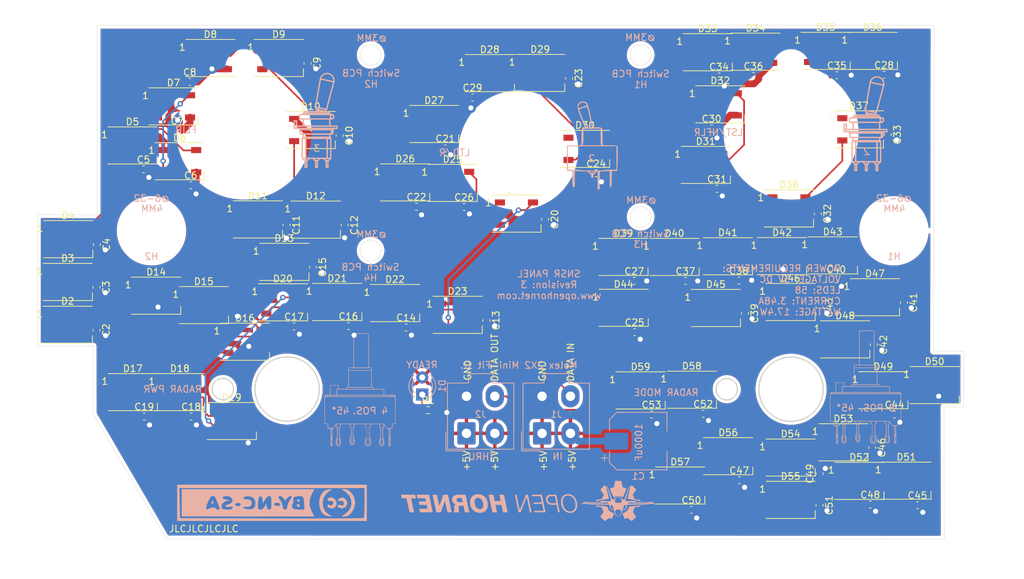
<source format=kicad_pcb>
(kicad_pcb (version 20211014) (generator pcbnew)
  (title_block (title "SNSR PANEL") (date "2023-04-01") (rev "3"))
  (layers (0 "F.Cu" signal) (31 "B.Cu" signal) (34 "B.Paste" user) (35 "F.Paste" user) (36 "B.SilkS" user "B.Silkscreen") (37 "F.SilkS" user "F.Silkscreen") (38 "B.Mask" user) (39 "F.Mask" user) (44 "Edge.Cuts" user))
  (net 0 "")
  (net 1 "/LEDGND")
  (net 2 "/LED+5V")
  (net 3 "Net-(D1-Pad1)")
  (net 4 "Net-(D2-Pad2)")
  (net 5 "/DATAIN")
  (net 6 "Net-(D3-Pad2)")
  (net 7 "Net-(D4-Pad2)")
  (net 8 "Net-(D5-Pad2)")
  (net 9 "Net-(D6-Pad2)")
  (net 10 "Net-(D7-Pad2)")
  (net 11 "Net-(D8-Pad2)")
  (net 12 "Net-(D10-Pad4)")
  (net 13 "Net-(D10-Pad2)")
  (net 14 "Net-(D11-Pad2)")
  (net 15 "Net-(D12-Pad2)")
  (net 16 "Net-(D14-Pad2)")
  (net 17 "Net-(D15-Pad2)")
  (net 18 "Net-(D16-Pad2)")
  (net 19 "Net-(D17-Pad2)")
  (net 20 "Net-(D18-Pad2)")
  (net 21 "Net-(D19-Pad2)")
  (net 22 "Net-(D20-Pad2)")
  (net 23 "Net-(D21-Pad2)")
  (net 24 "Net-(D22-Pad2)")
  (net 25 "Net-(D23-Pad2)")
  (net 26 "Net-(D24-Pad2)")
  (net 27 "Net-(D26-Pad2)")
  (net 28 "Net-(D27-Pad2)")
  (net 29 "Net-(D28-Pad2)")
  (net 30 "Net-(D29-Pad2)")
  (net 31 "Net-(D30-Pad2)")
  (net 32 "Net-(D31-Pad2)")
  (net 33 "Net-(D32-Pad2)")
  (net 34 "Net-(D33-Pad2)")
  (net 35 "Net-(D34-Pad2)")
  (net 36 "Net-(D35-Pad2)")
  (net 37 "Net-(D36-Pad2)")
  (net 38 "/DATAOUT")
  (net 39 "Net-(D38-Pad2)")
  (net 40 "Net-(D39-Pad2)")
  (net 41 "Net-(D40-Pad2)")
  (net 42 "Net-(D41-Pad2)")
  (net 43 "Net-(D42-Pad2)")
  (net 44 "Net-(D43-Pad2)")
  (net 45 "Net-(D44-Pad2)")
  (net 46 "Net-(D45-Pad2)")
  (net 47 "Net-(D46-Pad2)")
  (net 48 "Net-(D47-Pad2)")
  (net 49 "Net-(D48-Pad2)")
  (net 50 "Net-(D50-Pad2)")
  (net 51 "Net-(D51-Pad2)")
  (net 52 "Net-(D52-Pad2)")
  (net 53 "Net-(D53-Pad2)")
  (net 54 "Net-(D54-Pad2)")
  (net 55 "Net-(D55-Pad2)")
  (net 56 "Net-(D56-Pad2)")
  (net 57 "Net-(D57-Pad2)")
  (net 58 "Net-(D58-Pad2)")
  (net 59 "Net-(D13-Pad2)")
  (net 60 "Net-(D25-Pad2)")
  (net 61 "Net-(D37-Pad2)")
  (net 62 "Net-(D49-Pad2)")
  (footprint "OH_Footprints:LED_WS2812B_PLCC4_5.0x5.0mm_P3.2mm" (layer "F.Cu") (at 85.1292 94.0052)
    (fp_text reference "D2")
    (fp_text value "WS2812B")
  )
  (footprint "OH_Footprints:LED_WS2812B_PLCC4_5.0x5.0mm_P3.2mm" (layer "F.Cu") (at 85.1408 87.6554)
    (fp_text reference "D3")
    (fp_text value "WS2812B")
  )
  (footprint "OH_Footprints:LED_WS2812B_PLCC4_5.0x5.0mm_P3.2mm" (layer "F.Cu") (at 85.2032 81.3052)
    (fp_text reference "D4")
    (fp_text value "WS2812B")
  )
  (footprint "OH_Footprints:LED_WS2812B_PLCC4_5.0x5.0mm_P3.2mm" (layer "F.Cu") (at 94.7282 67.4114)
    (fp_text reference "D5")
    (fp_text value "WS2812B")
  )
  (footprint "OH_Footprints:LED_WS2812B_PLCC4_5.0x5.0mm_P3.2mm" (layer "F.Cu") (at 101.713 69.7482)
    (fp_text reference "D6")
    (fp_text value "WS2812B")
  )
  (footprint "OH_Footprints:LED_WS2812B_PLCC4_5.0x5.0mm_P3.2mm" (layer "F.Cu") (at 100.801 61.6202)
    (fp_text reference "D7")
    (fp_text value "WS2812B")
  )
  (footprint "OH_Footprints:LED_WS2812B_PLCC4_5.0x5.0mm_P3.2mm" (layer "F.Cu") (at 106.262 54.4578)
    (fp_text reference "D8")
    (fp_text value "WS2812B")
  )
  (footprint "OH_Footprints:LED_WS2812B_PLCC4_5.0x5.0mm_P3.2mm" (layer "F.Cu") (at 116.397 54.4574)
    (fp_text reference "D9")
    (fp_text value "WS2812B")
  )
  (footprint "OH_Footprints:LED_WS2812B_PLCC4_5.0x5.0mm_P3.2mm" (layer "F.Cu") (at 121.121 65.1254)
    (fp_text reference "D10")
    (fp_text value "WS2812B")
  )
  (footprint "OH_Footprints:LED_WS2812B_PLCC4_5.0x5.0mm_P3.2mm" (layer "F.Cu") (at 113.298 78.3842)
    (fp_text reference "D11")
    (fp_text value "WS2812B")
  )
  (footprint "OH_Footprints:LED_WS2812B_PLCC4_5.0x5.0mm_P3.2mm" (layer "F.Cu") (at 121.883 78.4096)
    (fp_text reference "D12")
    (fp_text value "WS2812B")
  )
  (footprint "OH_Footprints:LED_WS2812B_PLCC4_5.0x5.0mm_P3.2mm" (layer "F.Cu") (at 117.209 84.6838)
    (fp_text reference "D13")
    (fp_text value "WS2812B")
  )
  (footprint "OH_Footprints:LED_WS2812B_PLCC4_5.0x5.0mm_P3.2mm" (layer "F.Cu") (at 98.2356 89.6876)
    (fp_text reference "D14")
    (fp_text value "WS2812B")
  )
  (footprint "OH_Footprints:LED_WS2812B_PLCC4_5.0x5.0mm_P3.2mm" (layer "F.Cu") (at 105.295 91.0842)
    (fp_text reference "D15")
    (fp_text value "WS2812B")
  )
  (footprint "OH_Footprints:LED_WS2812B_PLCC4_5.0x5.0mm_P3.2mm" (layer "F.Cu") (at 111.391 96.5202)
    (fp_text reference "D16")
    (fp_text value "WS2812B")
  )
  (footprint "OH_Footprints:LED_WS2812B_PLCC4_5.0x5.0mm_P3.2mm" (layer "F.Cu") (at 94.7812 103.987)
    (fp_text reference "D17")
    (fp_text value "WS2812B")
  )
  (footprint "OH_Footprints:LED_WS2812B_PLCC4_5.0x5.0mm_P3.2mm" (layer "F.Cu") (at 101.741 103.987)
    (fp_text reference "D18")
    (fp_text value "WS2812B")
  )
  (footprint "OH_Footprints:LED_WS2812B_PLCC4_5.0x5.0mm_P3.2mm" (layer "F.Cu") (at 109.425 108.275)
    (fp_text reference "D19")
    (fp_text value "WS2812B")
  )
  (footprint "OH_Footprints:LED_WS2812B_PLCC4_5.0x5.0mm_P3.2mm" (layer "F.Cu") (at 117.006 90.6778)
    (fp_text reference "D20")
    (fp_text value "WS2812B")
  )
  (footprint "OH_Footprints:LED_WS2812B_PLCC4_5.0x5.0mm_P3.2mm" (layer "F.Cu") (at 125.058 90.627)
    (fp_text reference "D21")
    (fp_text value "WS2812B")
  )
  (footprint "OH_Footprints:LED_WS2812B_PLCC4_5.0x5.0mm_P3.2mm" (layer "F.Cu") (at 133.618 90.7794)
    (fp_text reference "D22")
    (fp_text value "WS2812B")
  )
  (footprint "OH_Footprints:LED_WS2812B_PLCC4_5.0x5.0mm_P3.2mm" (layer "F.Cu") (at 142.889 92.532)
    (fp_text reference "D23")
    (fp_text value "WS2812B")
  )
  (footprint "OH_Footprints:LED_WS2812B_PLCC4_5.0x5.0mm_P3.2mm" (layer "F.Cu") (at 151.601 77.5206)
    (fp_text reference "D24")
    (fp_text value "WS2812B")
  )
  (footprint "OH_Footprints:LED_WS2812B_PLCC4_5.0x5.0mm_P3.2mm" (layer "F.Cu") (at 142.152 72.974)
    (fp_text reference "D25")
    (fp_text value "WS2812B")
  )
  (footprint "OH_Footprints:LED_WS2812B_PLCC4_5.0x5.0mm_P3.2mm" (layer "F.Cu") (at 135.116 72.8978)
    (fp_text reference "D26")
    (fp_text value "WS2812B")
  )
  (footprint "OH_Footprints:LED_WS2812B_PLCC4_5.0x5.0mm_P3.2mm" (layer "F.Cu") (at 139.407 64.2364)
    (fp_text reference "D27")
    (fp_text value "WS2812B")
  )
  (footprint "OH_Footprints:LED_WS2812B_PLCC4_5.0x5.0mm_P3.2mm" (layer "F.Cu") (at 147.65 56.6928)
    (fp_text reference "D28")
    (fp_text value "WS2812B")
  )
  (footprint "OH_Footprints:LED_WS2812B_PLCC4_5.0x5.0mm_P3.2mm" (layer "F.Cu") (at 155.118 56.6674)
    (fp_text reference "D29")
    (fp_text value "WS2812B")
  )
  (footprint "OH_Footprints:LED_WS2812B_PLCC4_5.0x5.0mm_P3.2mm" (layer "F.Cu") (at 161.761 67.9194)
    (fp_text reference "D30")
    (fp_text value "WS2812B")
  )
  (footprint "OH_Footprints:LED_WS2812B_PLCC4_5.0x5.0mm_P3.2mm" (layer "F.Cu") (at 179.64 70.3074)
    (fp_text reference "D31")
    (fp_text value "WS2812B")
  )
  (footprint "OH_Footprints:LED_WS2812B_PLCC4_5.0x5.0mm_P3.2mm" (layer "F.Cu") (at 181.799 61.3158)
    (fp_text reference "D32")
    (fp_text value "WS2812B")
  )
  (footprint "OH_Footprints:LED_WS2812B_PLCC4_5.0x5.0mm_P3.2mm" (layer "F.Cu") (at 179.947 53.5942)
    (fp_text reference "D33")
    (fp_text value "WS2812B")
  )
  (footprint "OH_Footprints:LED_WS2812B_PLCC4_5.0x5.0mm_P3.2mm" (layer "F.Cu") (at 187.034 53.518)
    (fp_text reference "D34")
    (fp_text value "WS2812B")
  )
  (footprint "OH_Footprints:LED_WS2812B_PLCC4_5.0x5.0mm_P3.2mm" (layer "F.Cu") (at 197.397 53.391)
    (fp_text reference "D35")
    (fp_text value "WS2812B")
  )
  (footprint "OH_Footprints:LED_WS2812B_PLCC4_5.0x5.0mm_P3.2mm" (layer "F.Cu") (at 204.382 53.3906)
    (fp_text reference "D36")
    (fp_text value "WS2812B")
  )
  (footprint "OH_Footprints:LED_WS2812B_PLCC4_5.0x5.0mm_P3.2mm" (layer "F.Cu") (at 202.325 65.0238)
    (fp_text reference "D37")
    (fp_text value "WS2812B")
  )
  (footprint "OH_Footprints:LED_WS2812B_PLCC4_5.0x5.0mm_P3.2mm" (layer "F.Cu") (at 191.962 76.7586)
    (fp_text reference "D38")
    (fp_text value "WS2812B")
  )
  (footprint "OH_Footprints:LED_WS2812B_PLCC4_5.0x5.0mm_P3.2mm" (layer "F.Cu") (at 167.451 83.9468)
    (fp_text reference "D39")
    (fp_text value "WS2812B")
  )
  (footprint "OH_Footprints:LED_WS2812B_PLCC4_5.0x5.0mm_P3.2mm" (layer "F.Cu") (at 175.02 83.9468)
    (fp_text reference "D40")
    (fp_text value "WS2812B")
  )
  (footprint "OH_Footprints:LED_WS2812B_PLCC4_5.0x5.0mm_P3.2mm" (layer "F.Cu") (at 182.919 83.8452)
    (fp_text reference "D41")
    (fp_text value "WS2812B")
  )
  (footprint "OH_Footprints:LED_WS2812B_PLCC4_5.0x5.0mm_P3.2mm" (layer "F.Cu") (at 190.946 83.8198)
    (fp_text reference "D42")
    (fp_text value "WS2812B")
  )
  (footprint "OH_Footprints:LED_WS2812B_PLCC4_5.0x5.0mm_P3.2mm" (layer "F.Cu") (at 198.464 83.7182)
    (fp_text reference "D43")
    (fp_text value "WS2812B")
  )
  (footprint "OH_Footprints:LED_WS2812B_PLCC4_5.0x5.0mm_P3.2mm" (layer "F.Cu") (at 167.476 91.4906)
    (fp_text reference "D44")
    (fp_text value "WS2812B")
  )
  (footprint "OH_Footprints:LED_WS2812B_PLCC4_5.0x5.0mm_P3.2mm" (layer "F.Cu") (at 181.141 91.516)
    (fp_text reference "D45")
    (fp_text value "WS2812B")
  )
  (footprint "OH_Footprints:LED_WS2812B_PLCC4_5.0x5.0mm_P3.2mm" (layer "F.Cu") (at 204.712 89.9158)
    (fp_text reference "D47")
    (fp_text value "WS2812B")
  )
  (footprint "OH_Footprints:LED_WS2812B_PLCC4_5.0x5.0mm_P3.2mm" (layer "F.Cu") (at 200.293 96.1642)
    (fp_text reference "D48")
    (fp_text value "WS2812B")
  )
  (footprint "OH_Footprints:LED_WS2812B_PLCC4_5.0x5.0mm_P3.2mm" (layer "F.Cu") (at 205.943 103.708)
    (fp_text reference "D49")
    (fp_text value "WS2812B")
  )
  (footprint "OH_Footprints:LED_WS2812B_PLCC4_5.0x5.0mm_P3.2mm" (layer "F.Cu") (at 213.552 102.946)
    (fp_text reference "D50")
    (fp_text value "WS2812B")
  )
  (footprint "OH_Footprints:LED_WS2812B_PLCC4_5.0x5.0mm_P3.2mm" (layer "F.Cu") (at 209.361 117.119)
    (fp_text reference "D51")
    (fp_text value "WS2812B")
  )
  (footprint "OH_Footprints:LED_WS2812B_PLCC4_5.0x5.0mm_P3.2mm" (layer "F.Cu") (at 202.387 117.145)
    (fp_text reference "D52")
    (fp_text value "WS2812B")
  )
  (footprint "OH_Footprints:LED_WS2812B_PLCC4_5.0x5.0mm_P3.2mm" (layer "F.Cu") (at 200.025 111.43)
    (fp_text reference "D53")
    (fp_text value "WS2812B")
  )
  (footprint "OH_Footprints:LED_WS2812B_PLCC4_5.0x5.0mm_P3.2mm" (layer "F.Cu") (at 192.216 113.69)
    (fp_text reference "D54")
    (fp_text value "WS2812B")
  )
  (footprint "OH_Footprints:LED_WS2812B_PLCC4_5.0x5.0mm_P3.2mm" (layer "F.Cu") (at 192.216 119.964)
    (fp_text reference "D55")
    (fp_text value "WS2812B")
  )
  (footprint "OH_Footprints:LED_WS2812B_PLCC4_5.0x5.0mm_P3.2mm" (layer "F.Cu") (at 182.97 113.487)
    (fp_text reference "D56")
    (fp_text value "WS2812B")
  )
  (footprint "OH_Footprints:LED_WS2812B_PLCC4_5.0x5.0mm_P3.2mm" (layer "F.Cu") (at 175.858 117.83)
    (fp_text reference "D57")
    (fp_text value "WS2812B")
  )
  (footprint "OH_Footprints:LED_WS2812B_PLCC4_5.0x5.0mm_P3.2mm" (layer "F.Cu") (at 177.585 103.632)
    (fp_text reference "D58")
    (fp_text value "WS2812B")
  )
  (footprint "OH_Footprints:LED_WS2812B_PLCC4_5.0x5.0mm_P3.2mm" (layer "F.Cu") (at 169.991 103.733)
    (fp_text reference "D59")
    (fp_text value "WS2812B")
  )
  (footprint "OH_Footprints:C_0603_1608Metric" (layer "F.Cu") (at 89.4 94.8 -90)
    (fp_text reference "C2")
    (fp_text value "C")
  )
  (footprint "OH_Footprints:C_0603_1608Metric" (layer "F.Cu") (at 89.4 88.4625 -90)
    (fp_text reference "C3")
    (fp_text value "C")
  )
  (footprint "OH_Footprints:C_0603_1608Metric" (layer "F.Cu") (at 89.45 82.1125 -90)
    (fp_text reference "C4")
    (fp_text value "C")
  )
  (footprint "OH_Footprints:C_0603_1608Metric" (layer "F.Cu") (at 96.3625 70.95)
    (fp_text reference "C5")
    (fp_text value "C")
  )
  (footprint "OH_Footprints:C_0603_1608Metric" (layer "F.Cu") (at 103.362 73.3)
    (fp_text reference "C6")
    (fp_text value "C")
  )
  (footprint "OH_Footprints:C_0603_1608Metric" (layer "F.Cu") (at 101.362 65.2)
    (fp_text reference "C7")
    (fp_text value "C")
  )
  (footprint "OH_Footprints:C_0603_1608Metric" (layer "F.Cu") (at 103.212 58)
    (fp_text reference "C8")
    (fp_text value "C")
  )
  (footprint "OH_Footprints:C_0603_1608Metric" (layer "F.Cu") (at 120.65 55.2625 -90)
    (fp_text reference "C9")
    (fp_text value "C")
  )
  (footprint "OH_Footprints:C_0603_1608Metric" (layer "F.Cu") (at 125.4 65.9625 -90)
    (fp_text reference "C10")
    (fp_text value "C")
  )
  (footprint "OH_Footprints:C_0603_1608Metric" (layer "F.Cu") (at 117.55 79.2 -90)
    (fp_text reference "C11")
    (fp_text value "C")
  )
  (footprint "OH_Footprints:C_0603_1608Metric" (layer "F.Cu") (at 126.15 79.2375 -90)
    (fp_text reference "C12")
    (fp_text value "C")
  )
  (footprint "OH_Footprints:C_0603_1608Metric" (layer "F.Cu") (at 147.15 93.3625 -90)
    (fp_text reference "C13")
    (fp_text value "C")
  )
  (footprint "OH_Footprints:C_0603_1608Metric" (layer "F.Cu") (at 135.262 94.4)
    (fp_text reference "C14")
    (fp_text value "C")
  )
  (footprint "OH_Footprints:C_0603_1608Metric" (layer "F.Cu") (at 121.45 85.4625 -90)
    (fp_text reference "C15")
    (fp_text value "C")
  )
  (footprint "OH_Footprints:C_0603_1608Metric" (layer "F.Cu") (at 126.712 94.2)
    (fp_text reference "C16")
    (fp_text value "C")
  )
  (footprint "OH_Footprints:C_0603_1608Metric" (layer "F.Cu") (at 118.662 94.25)
    (fp_text reference "C17")
    (fp_text value "C")
  )
  (footprint "OH_Footprints:C_0603_1608Metric" (layer "F.Cu") (at 103.412 107.6)
    (fp_text reference "C18")
    (fp_text value "C")
  )
  (footprint "OH_Footprints:100SP3_Toggle_Silkscreen" (layer "F.Cu") (at 122.5 65.05)
    (fp_text reference "G***" hide)
    (fp_text value "100SP3 Toggle" hide)
  )
  (footprint "OH_Footprints:631H_Toggle_Silkscreen" (layer "F.Cu") (at 162.8 67.4)
    (fp_text reference "G***" hide)
    (fp_text value "631H Toggle" hide)
  )
  (footprint "OH_Footprints:100SP1_Toggle_Silkscreen" (layer "F.Cu") (at 203.95 65.55)
    (fp_text reference "G***" hide)
    (fp_text value "100SP1 Toggle" hide)
  )
  (footprint "OH_Footprints:OH_Panel_6-32_PHS" (layer "F.Cu") (at 207.523258 80.062402)
    (fp_text reference "1" hide)
    (fp_text value "OH_Panel_Fastner_Keepout" hide)
  )
  (footprint "OH_Footprints:OH_Panel_6-32_PHS" (layer "F.Cu") (at 97.541259 80.062402)
    (fp_text reference "2" hide)
    (fp_text value "OH_Panel_Fastner_Keepout" hide)
  )
  (footprint "OH_Footprints:100SPX_Toggle_13mm_x_18mm" (layer "F.Cu") (at 111.257259 65.457402 180)
    (fp_text reference "3" hide)
    (fp_text value "100SPX_Toggle_13mm_x_18mm" hide)
  )
  (footprint "OH_Footprints:631H_Toggle_13mm_x_13mm" (layer "F.Cu") (at 151.897259 68.124402)
    (fp_text reference "4" hide)
    (fp_text value "631H_Toggle_13mm_x_13mm" hide)
  )
  (footprint "OH_Footprints:100SPX_Toggle_13mm_x_18mm" (layer "F.Cu") (at 192.283259 65.457402 180)
    (fp_text reference "5" hide)
    (fp_text value "100SPX_Toggle_13mm_x_18mm" hide)
  )
  (footprint "OH_Footprints:C_0603_1608Metric" (layer "F.Cu") (at 155.85 78.3625 -90)
    (fp_text reference "C20")
    (fp_text value "C")
  )
  (footprint "OH_Footprints:C_0603_1608Metric" (layer "F.Cu") (at 141.062 67.85)
    (fp_text reference "C21")
    (fp_text value "C")
  )
  (footprint "OH_Footprints:C_0603_1608Metric" (layer "F.Cu") (at 136.788 76.5)
    (fp_text reference "C22")
    (fp_text value "C")
  )
  (footprint "OH_Footprints:C_0603_1608Metric" (layer "F.Cu") (at 159.4 57.4625 -90)
    (fp_text reference "C23")
    (fp_text value "C")
  )
  (footprint "OH_Footprints:C_0603_1608Metric" (layer "F.Cu") (at 163.412 71.55)
    (fp_text reference "C24")
    (fp_text value "C")
  )
  (footprint "OH_Footprints:C_0603_1608Metric" (layer "F.Cu") (at 169.112 95.1)
    (fp_text reference "C25")
    (fp_text value "C")
  )
  (footprint "OH_Footprints:C_0603_1608Metric" (layer "F.Cu") (at 143.85 76.55)
    (fp_text reference "C26")
    (fp_text value "C")
  )
  (footprint "OH_Footprints:C_0603_1608Metric" (layer "F.Cu") (at 169.062 87.5)
    (fp_text reference "C27")
    (fp_text value "C")
  )
  (footprint "OH_Footprints:C_0603_1608Metric" (layer "F.Cu") (at 145.1 60.3)
    (fp_text reference "C29")
    (fp_text value "C")
  )
  (footprint "OH_Footprints:C_0603_1608Metric" (layer "F.Cu") (at 180.512 64.9)
    (fp_text reference "C30")
    (fp_text value "C")
  )
  (footprint "OH_Footprints:C_0603_1608Metric" (layer "F.Cu") (at 181.312 73.85)
    (fp_text reference "C31")
    (fp_text value "C")
  )
  (footprint "OH_Footprints:C_0603_1608Metric" (layer "F.Cu") (at 196.25 77.55 -90)
    (fp_text reference "C32")
    (fp_text value "C")
  )
  (footprint "OH_Footprints:C_0603_1608Metric" (layer "F.Cu") (at 206.6 65.8125 -90)
    (fp_text reference "C33")
    (fp_text value "C")
  )
  (footprint "OH_Footprints:C_0603_1608Metric" (layer "F.Cu") (at 199.062 57)
    (fp_text reference "C35")
    (fp_text value "C")
  )
  (footprint "OH_Footprints:C_0603_1608Metric" (layer "F.Cu") (at 186.712 57.1)
    (fp_text reference "C36")
    (fp_text value "C")
  )
  (footprint "OH_Footprints:C_0603_1608Metric" (layer "F.Cu") (at 206.062 56.95)
    (fp_text reference "C28")
    (fp_text value "C")
  )
  (footprint "OH_Footprints:C_0603_1608Metric" (layer "F.Cu") (at 176.638 87.5)
    (fp_text reference "C37")
    (fp_text value "C")
  )
  (footprint "OH_Footprints:C_0603_1608Metric" (layer "F.Cu") (at 184.562 87.45)
    (fp_text reference "C38")
    (fp_text value "C")
  )
  (footprint "OH_Footprints:C_0603_1608Metric" (layer "F.Cu") (at 185.45 92.3125 -90)
    (fp_text reference "C39")
    (fp_text value "C")
  )
  (footprint "OH_Footprints:C_0603_1608Metric" (layer "F.Cu") (at 198.962 87.25)
    (fp_text reference "C40")
    (fp_text value "C")
  )
  (footprint "OH_Footprints:C_0603_1608Metric" (layer "F.Cu") (at 209 90.7125 -90)
    (fp_text reference "C41")
    (fp_text value "C")
  )
  (footprint "OH_Footprints:C_0603_1608Metric" (layer "F.Cu") (at 204.55 96.9625 -90)
    (fp_text reference "C42")
    (fp_text value "C")
  )
  (footprint "OH_Footprints:C_0603_1608Metric" (layer "F.Cu") (at 196.5 91.4625 -90)
    (fp_text reference "C43")
    (fp_text value "C")
  )
  (footprint "OH_Footprints:C_0603_1608Metric" (layer "F.Cu") (at 207.612 107.3)
    (fp_text reference "C44")
    (fp_text value "C")
  )
  (footprint "OH_Footprints:C_0603_1608Metric" (layer "F.Cu") (at 211.012 120.75)
    (fp_text reference "C45")
    (fp_text value "C")
  )
  (footprint "OH_Footprints:C_0603_1608Metric" (layer "F.Cu") (at 204.3 112.212 -90)
    (fp_text reference "C46")
    (fp_text value "C")
  )
  (footprint "OH_Footprints:C_0603_1608Metric" (layer "F.Cu") (at 184.612 117.05)
    (fp_text reference "C47")
    (fp_text value "C")
  )
  (footprint "OH_Footprints:C_0603_1608Metric" (layer "F.Cu") (at 204.012 120.65)
    (fp_text reference "C48")
    (fp_text value "C")
  )
  (footprint "OH_Footprints:C_0603_1608Metric" (layer "F.Cu") (at 196.5 116.088 90)
    (fp_text reference "C49")
    (fp_text value "C")
  )
  (footprint "OH_Footprints:C_0603_1608Metric" (layer "F.Cu") (at 177.512 121.45)
    (fp_text reference "C50")
    (fp_text value "C")
  )
  (footprint "OH_Footprints:C_0603_1608Metric" (layer "F.Cu") (at 196.5 120.762 -90)
    (fp_text reference "C51")
    (fp_text value "C")
  )
  (footprint "OH_Footprints:C_0603_1608Metric" (layer "F.Cu") (at 179.262 107.2)
    (fp_text reference "C52")
    (fp_text value "C")
  )
  (footprint "OH_Footprints:C_0603_1608Metric" (layer "F.Cu") (at 171.612 107.3)
    (fp_text reference "C53")
    (fp_text value "C")
  )
  (footprint "OH_Footprints:C_0603_1608Metric" (layer "F.Cu") (at 96.4625 107.6)
    (fp_text reference "C19")
    (fp_text value "C")
  )
  (footprint "OH_Footprints:R_0603_1608Metric" (layer "F.Cu") (at 138.512 106.65)
    (fp_text reference "R1")
    (fp_text value "R")
  )
  (footprint "OH_Footprints:C_0603_1608Metric" (layer "F.Cu") (at 181.612 57.2)
    (fp_text reference "C34")
    (fp_text value "C")
  )
  (footprint "OH_Footprints:LED_WS2812B_PLCC4_5.0x5.0mm_P3.2mm" (layer "F.Cu") (at 192.216 90.627)
    (fp_text reference "D46")
    (fp_text value "WS2812B")
  )
  (footprint "OH_Footprints:CP_Elec_8x10" (layer "B.Cu") (at 169.65 111.25)
    (fp_text reference "C1")
    (fp_text value "C_Polarized")
  )
  (footprint "OH_Footprints:LED_D3.0mm" (layer "B.Cu") (at 137.65 104.35 90)
    (fp_text reference "D1")
    (fp_text value "LED")
  )
  (footprint "OH_Footprints:Molex_Mini-Fit_Jr_5566-04A_2x02_P4.20mm_Vertical" (layer "B.Cu") (at 155.4 110.1)
    (fp_text reference "J1")
    (fp_text value "Conn_01x04_Female")
  )
  (footprint "OH_Footprints:Molex_Mini-Fit_Jr_5566-04A_2x02_P4.20mm_Vertical" (layer "B.Cu") (at 144.2 110.1)
    (fp_text reference "J2")
    (fp_text value "Conn_01x04_Female")
  )
  (footprint "OH_Footprints:CC-BY-NC-SA-Small" (layer "B.Cu") (at 115.475 120.4 180)
    (fp_text reference "G***" hide)
    (fp_text value "LOGO" hide)
  )
  (footprint "OH_Footprints:OH_LOGO_37.7mm_5.9mm" (layer "B.Cu") (at 153.35 120.125 180)
    (fp_text reference "G***" hide)
    (fp_text value "LOGO" hide)
  )
  (footprint "OH_Footprints:A12505RNZQ - SWITCH, ROTARY, 45 DEG" (layer "B.Cu") (at 203.34 103.22 180)
    (fp_text reference "G***" hide)
    (fp_text value "LOGO" hide)
  )
  (footprint "OH_Footprints:A12505RNZQ - SWITCH, ROTARY, 45 DEG" (layer "B.Cu") (at 128.45 103.62 180)
    (fp_text reference "G***" hide)
    (fp_text value "LOGO" hide)
  )
  (gr_circle (center 170 54) (end 171.55 54) (layer "Edge.Cuts") (width 0.05) (fill none))
  (gr_circle (center 108.108259 103.532402) (end 109.695758 103.532402) (layer "Edge.Cuts") (width 0.2) (fill none))
  (gr_circle (center 117.633259 103.532402) (end 122.395759 103.532402) (layer "Edge.Cuts") (width 0.2) (fill none))
  (gr_line (start 88.9254 107.2388) (end 88.9 97.1804) (layer "Edge.Cuts") (width 0.05))
  (gr_circle (center 130 54) (end 131.55 54) (layer "Edge.Cuts") (width 0.05) (fill none))
  (gr_line (start 214.9602 125.782402) (end 99.7204 125.7554) (layer "Edge.Cuts") (width 0.05))
  (gr_line (start 214.9602 125.782402) (end 214.9348 106.172) (layer "Edge.Cuts") (width 0.05))
  (gr_line (start 217.875 106.172) (end 217.875 97.917) (layer "Edge.Cuts") (width 0.05))
  (gr_line (start 213.3854 97.917) (end 213.4616 49.6062) (layer "Edge.Cuts") (width 0.05))
  (gr_line (start 89.4842 77.6986) (end 89.4842 49.6062) (layer "Edge.Cuts") (width 0.05))
  (gr_line (start 217.875 97.917) (end 213.3854 97.917) (layer "Edge.Cuts") (width 0.05))
  (gr_line (start 99.7204 125.7554) (end 88.9254 107.2388) (layer "Edge.Cuts") (width 0.05))
  (gr_line (start 89.4842 49.6062) (end 213.4616 49.6062) (layer "Edge.Cuts") (width 0.05))
  (gr_circle (center 192.283259 103.557402) (end 197.045759 103.557402) (layer "Edge.Cuts") (width 0.2) (fill none))
  (gr_circle (center 130 83) (end 131.55 83) (layer "Edge.Cuts") (width 0.05) (fill none))
  (gr_circle (center 182.758259 103.557402) (end 184.345758 103.557402) (layer "Edge.Cuts") (width 0.2) (fill none))
  (gr_line (start 80.645 77.6732) (end 89.4842 77.6986) (layer "Edge.Cuts") (width 0.05))
  (gr_circle (center 170 78) (end 171.55 78) (layer "Edge.Cuts") (width 0.05) (fill none))
  (gr_line (start 214.9348 106.172) (end 217.875 106.172) (layer "Edge.Cuts") (width 0.05))
  (gr_line (start 88.9 97.1804) (end 80.645 97.1804) (layer "Edge.Cuts") (width 0.05))
  (gr_line (start 80.645 97.1804) (end 80.645 77.6732) (layer "Edge.Cuts") (width 0.05))
  (gr_text "Switch PCB\nH4" (at 129.9718 86.2584) (layer "B.SilkS") (effects (font (size 1 1)) (justify mirror)))
  (gr_text "⌀3MM" (at 169.9514 51.4096) (layer "B.SilkS") (effects (font (size 1 1)) (justify mirror)))
  (gr_text "FLIR" (at 102.6668 65.1002) (layer "B.SilkS") (effects (font (size 1 1)) (justify mirror)))
  (gr_text "⌀3MM" (at 130.175 51.5112) (layer "B.SilkS") (effects (font (size 1 1)) (justify mirror)))
  (gr_text "Switch PCB\nH3" (at 169.9768 81.3054) (layer "B.SilkS") (effects (font (size 1 1)) (justify mirror)))
  (gr_text "45°" (at 200.3 106.35) (layer "B.SilkS") (effects (font (size 1 1)) (justify mirror)))
  (gr_text "45°" (at 125.525 106.775) (layer "B.SilkS") (effects (font (size 1 1)) (justify mirror)))
  (gr_text "2" (at 162.75 69.35) (layer "B.SilkS") (effects (font (size 1 1)) (justify mirror)))
  (gr_text "Molex 2X2 Mini-Fit Jr." (at 151.95 100) (layer "B.SilkS") (effects (font (size 1 1)) (justify mirror)))
  (gr_text "RADAR PWR" (at 100.675 103.55) (layer "B.SilkS") (effects (font (size 1 1)) (justify mirror)))
  (gr_text "⌀3MM" (at 170.1038 75.5396) (layer "B.SilkS") (effects (font (size 1 1)) (justify mirror)))
  (gr_text "READY" (at 137.6 99.95) (layer "B.SilkS") (effects (font (size 1 1)) (justify mirror)))
  (gr_text "Switch PCB\nH2" (at 130.0734 57.5056) (layer "B.SilkS") (effects (font (size 1 1)) (justify mirror)))
  (gr_text "Switch PCB\nH1" (at 170.0022 57.6072) (layer "B.SilkS") (effects (font (size 1 1)) (justify mirror)))
  (gr_text "SNSR PANEL\nRevision: 3\nwww.openhornet.com" (at 156.4132 88.0618) (layer "B.SilkS") (effects (font (size 1 1)) (justify mirror)))
  (gr_text "POWER REQUIREMENTS:\nVOLTAGE: 5V DC\nLEDS: 58\nCURRENT: 3.48A\nWATTAGE: 17.4W" (at 199.7456 88.8746) (layer "B.SilkS") (effects (font (size 1 1)) (justify left mirror)))
  (gr_text "⌀3MM" (at 130.1496 80.5942) (layer "B.SilkS") (effects (font (size 1 1)) (justify mirror)))
  (gr_text "THRU" (at 146.4 113.55) (layer "B.SilkS") (effects (font (size 1 1)) (justify mirror)))
  (gr_text "8 POS." (at 205.1 106.35) (layer "B.SilkS") (effects (font (size 1 1)) (justify mirror)))
  (gr_text "LTD/R" (at 142.4432 68.4784) (layer "B.SilkS") (effects (font (size 1 1)) (justify mirror)))
  (gr_text "IN" (at 157.7 113.5) (layer "B.SilkS") (effects (font (size 1 1)) (justify mirror)))
  (gr_text "4 POS." (at 129.975 106.775) (layer "B.SilkS") (effects (font (size 1 1)) (justify mirror)))
  (gr_text "RADAR MODE" (at 168.9 104.05) (layer "B.SilkS") (effects (font (size 1 1)) (justify right mirror)))
  (gr_text "LST/NFLR" (at 181.5338 65.4812) (layer "B.SilkS") (effects (font (size 1 1)) (justify mirror)))
  (gr_text "1000uF" (at 169.725 111.45 90) (layer "B.SilkS") (effects (font (size 1 1)) (justify mirror)))
  (gr_text "+5V" (at 159.85 114.15 90) (layer "F.SilkS") (effects (font (size 1 1))))
  (gr_text "GND" (at 155.45 100.85 90) (layer "F.SilkS") (effects (font (size 1 1))))
  (gr_text "JLCJLCJLCJLC" (at 105.3 124.25) (layer "F.SilkS") (effects (font (size 1 1))))
  (gr_text "+5V" (at 155.6 114.15 90) (layer "F.SilkS") (effects (font (size 1 1))))
  (gr_text "DATA OUT" (at 148.375 98.875 90) (layer "F.SilkS") (effects (font (size 1 1))))
  (gr_text "+5V" (at 148.375 114.15 90) (layer "F.SilkS") (effects (font (size 1 1))))
  (gr_text "DATA IN" (at 159.625 99.55 90) (layer "F.SilkS") (effects (font (size 1 1))))
  (gr_text "GND" (at 144.375 100.75 90) (layer "F.SilkS") (effects (font (size 1 1))))
  (gr_text "+5V" (at 144.2 114.15 90) (layer "F.SilkS") (effects (font (size 1 1))))
  (segment (start 182.3995 58.6005) (end 182.3995 58.6005) (width 1) (layer "F.Cu") (net 1))
  (segment (start 101.4 63.65) (end 101.71201 63.96201) (width 1) (layer "F.Cu") (net 1))
  (segment (start 106.4922 56.0578) (end 106.3422 56.0578) (width 1) (layer "F.Cu") (net 1))
  (segment (start 111.875 111.5) (end 111.875 111.5) (width 1) (layer "F.Cu") (net 1))
  (segment (start 180.035 107.185) (end 180.0495 107.1995) (width 1) (layer "F.Cu") (net 1))
  (segment (start 136.059 94.391) (end 136.05 94.4) (width 1) (layer "F.Cu") (net 1))
  (segment (start 185.359 87.4405) (end 185.3495 87.45) (width 1) (layer "F.Cu") (net 1))
  (segment (start 104.156 73.2935) (end 104.1495 73.3) (width 1) (layer "F.Cu") (net 1))
  (segment (start 103.251 64.099) (end 102.7005 64.6495) (width 1) (layer "F.Cu") (net 1))
  (segment (start 100.6856 91.2876) (end 99.2353 91.2876) (width 1) (layer "F.Cu") (net 1))
  (segment (start 177.425 87.5) (end 177.4255 87.5) (width 1) (layer "F.Cu") (net 1))
  (segment (start 89.3946 89.2554) (end 89.4 89.25) (width 1) (layer "F.Cu") (net 1))
  (segment (start 137.566 76.491) (end 137.5705 76.4955) (width 1) (layer "F.Cu") (net 1))
  (segment (start 196.5 115.3005) (end 196.5 115.3) (width 1) (layer "F.Cu") (net 1))
  (segment (start 125.375 66.7254) (end 125.4 66.75) (width 1) (layer "F.Cu") (net 1))
  (segment (start 89.4448 82.9052) (end 89.45 82.9) (width 1) (layer "F.Cu") (net 1))
  (segment (start 154.051 79.1206) (end 155.821 79.1206) (width 1) (layer "F.Cu") (net 1))
  (segment (start 197.7 78.35) (end 197.688 78.3375) (width 1) (layer "F.Cu") (net 1))
  (segment (start 127.5035 94.196) (end 127.4995 94.2) (width 1) (layer "F.Cu") (net 1))
  (segment (start 180.05 107.2) (end 180.05 108.2) (width 1) (layer "F.Cu") (net 1))
  (segment (start 182.1 73.85) (end 182.1 74.9) (width 1) (layer "F.Cu") (net 1))
  (segment (start 164.205 71.5445) (end 164.1995 71.55) (width 1) (layer "F.Cu") (net 1))
  (segment (start 204.8185 120.6315) (end 204.8 120.65) (width 1) (layer "F.Cu") (net 1))
  (segment (start 206.576 66.6238) (end 206.6 66.6) (width 1) (layer "F.Cu") (net 1))
  (segment (start 127.508 92.227) (end 127.508 94.192) (width 1) (layer "F.Cu") (net 1))
  (segment (start 160.75 58.3) (end 160.65 58.25) (width 1) (layer "F.Cu") (net 1))
  (segment (start 89.4 95.5875) (end 90.75 95.6) (width 1) (layer "F.Cu") (net 1))
  (segment (start 137.571 76.4955) (end 137.5755 76.5) (width 1) (layer "F.Cu") (net 1))
  (segment (start 200.3315 86.668) (end 199.7495 87.25) (width 1) (layer "F.Cu") (net 1))
  (segment (start 202.743 97.7642) (end 204.536 97.7642) (width 1) (layer "F.Cu") (net 1))
  (segment (start 172.4205 107.2795) (end 172.42 107.2795) (width 1) (layer "F.Cu") (net 1))
  (segment (start 185.3595 87.4405) (end 185.359 87.4405) (width 1) (layer "F.Cu") (net 1))
  (segment (start 104.4 58) (end 103.9995 58) (width 1) (layer "F.Cu") (net 1))
  (segment (start 141.857 65.8364) (end 141.85 65.8434) (width 1) (layer "F.Cu") (net 1))
  (segment (start 169.901 85.5468) (end 169.901 87.449) (width 1) (layer "F.Cu") (net 1))
  (segment (start 145.8875 60.4716) (end 145.888 60.4721) (width 1) (layer "F.Cu") (net 1))
  (segment (start 177.47 87.455) (end 177.425 87.5) (width 1) (layer "F.Cu") (net 1))
  (segment (start 196.4995 121.55) (end 197.6 121.55) (width 1) (layer "F.Cu") (net 1))
  (segment (start 169.926 95.074) (end 169.913 95.087) (width 1) (layer "F.Cu") (net 1))
  (segment (start 127.504 94.196) (end 127.5 94.2) (width 1) (layer "F.Cu") (net 1))
  (segment (start 150.1 58.2928) (end 147.895 58.2928) (width 1) (layer "F.Cu") (net 1))
  (segment (start 117.547 79.9842) (end 117.55 79.9875) (width 1) (layer "F.Cu") (net 1))
  (segment (start 164.2055 71.5445) (end 164.205 71.5445) (width 1) (layer "F.Cu") (net 1))
  (segment (start 136.059 94.391) (end 136.0585 94.391) (width 1) (layer "F.Cu") (net 1))
  (segment (start 99.1486 91.3743) (end 99.2353 91.2876) (width 1) (layer "F.Cu") (net 1))
  (segment (start 182.09 73.84) (end 182.0995 73.8495) (width 1) (layer "F.Cu") (net 1))
  (segment (start 104.15 73.3) (end 104.15 74.6) (width 1) (layer "F.Cu") (net 1))
  (segment (start 104.1995 107.5995) (end 104.2 107.6) (width 1) (layer "F.Cu") (net 1))
  (segment (start 108.712 56.0578) (end 106.4922 56.0578) (width 1) (layer "F.Cu") (net 1))
  (segment (start 196.25 78.3375) (end 197.7 78.35) (width 1) (layer "F.Cu") (net 1))
  (segment (start 119.4525 94.247) (end 119.4495 94.25) (width 1) (layer "F.Cu") (net 1))
  (segment (start 172.42 107.2795) (end 172.3995 107.3) (width 1) (layer "F.Cu") (net 1))
  (segment (start 172.441 107.259) (end 172.4205 107.2795) (width 1) (layer "F.Cu") (net 1))
  (segment (start 207.162 91.5158) (end 208.984 91.5158) (width 1) (layer "F.Cu") (net 1))
  (segment (start 169.901 87.449) (end 169.8755 87.4745) (width 1) (layer "F.Cu") (net 1))
  (segment (start 185.35 87.45) (end 186.45 87.4) (width 1) (layer "F.Cu") (net 1))
  (segment (start 178.308 121.442) (end 178.304 121.446) (width 1) (layer "F.Cu") (net 1))
  (segment (start 194.68 121.55) (end 196.4995 121.55) (width 1) (layer "F.Cu") (net 1))
  (segment (start 185.4 117.42) (end 185.4 118.1) (width 1) (layer "F.Cu") (net 1))
  (segment (start 97.1782 69.0114) (end 97.1782 70.9218) (width 1) (layer "F.Cu") (net 1))
  (segment (start 185.42 115.087) (end 185.42 116.72) (width 1) (layer "F.Cu") (net 1))
  (segment (start 144.638 76.55) (end 144.638 77.0562) (width 1) (layer "F.Cu") (net 1))
  (segment (start 204.8 120.65) (end 204.8 121.65) (width 1) (layer "F.Cu") (net 1))
  (segment (start 186.45 87.4) (end 186.25 87.45) (width 1) (layer "F.Cu") (net 1))
  (segment (start 208.984 91.5158) (end 209 91.5) (width 1) (layer "F.Cu") (net 1))
  (segment (start 169.913 95.087) (end 169.9 95.1) (width 1) (layer "F.Cu") (net 1))
  (segment (start 137.566 74.4978) (end 137.566 76.491) (width 1) (layer "F.Cu") (net 1))
  (segment (start 183.591 93.116) (end 185.434 93.116) (width 1) (layer "F.Cu") (net 1))
  (segment (start 191.0947 85.7422) (end 191.6233 85.7422) (width 1) (layer "F.Cu") (net 1))
  (segment (start 204.3 113) (end 205.45 113) (width 1) (layer "F.Cu") (net 1))
  (segment (start 141.85 67.3217) (end 141.8495 67.3222) (width 1) (layer "F.Cu") (net 1))
  (segment (start 214.15 104.6) (end 214.204 104.546) (width 1) (layer "F.Cu") (net 1))
  (segment (start 185.42 116.72) (end 185.4 116.74) (width 1) (layer "F.Cu") (net 1))
  (segment (start 136.0585 94.391) (end 136.0495 94.4) (width 1) (layer "F.Cu") (net 1))
  (segment (start 145.8875 60.3) (end 145.8875 60.4716) (width 1) (layer "F.Cu") (net 1))
  (segment (start 169.95 96.15) (end 169.9 96.1) (width 1) (layer "F.Cu") (net 1))
  (segment (start 188.4905 56.109) (end 187.4995 57.1) (width 1) (layer "F.Cu") (net 1))
  (segment (start 104.191 107.591) (end 104.1995 107.5995) (width 1) (layer "F.Cu") (net 1))
  (segment (start 103.251 63.2202) (end 103.251 64.099) (width 1) (layer "F.Cu") (net 1))
  (segment (start 102.7005 64.6495) (end 102.15 65.2) (width 1) (layer "F.Cu") (net 1))
  (segment (start 189.482 55.118) (end 188.491 56.109) (width 1) (layer "F.Cu") (net 1))
  (segment (start 102.7 64.6495) (end 102.1495 65.2) (width 1) (layer "F.Cu") (net 1))
  (segment (start 187.4995 57.575) (end 186.79949 58.27501) (width 1) (layer "F.Cu") (net 1))
  (segment (start 97.25 107.6) (end 97.25 108.85) (width 1) (layer "F.Cu") (net 1))
  (segment (start 136.068 92.3794) (end 136.068 94.382) (width 1) (layer "F.Cu") (net 1))
  (segment (start 104.1565 73.2935) (end 104.156 73.2935) (width 1) (layer "F.Cu") (net 1))
  (segment (start 120.65 56.05) (end 121.9 56.05) (width 1) (layer "F.Cu") (net 1))
  (segment (start 137.5705 76.4955) (end 137.575 76.5) (width 1) (layer "F.Cu") (net 1))
  (segment (start 172.4 107.3) (end 172.4 108.65) (width 1) (layer "F.Cu") (net 1))
  (segment (start 199.75 88.3) (end 199.75 88.35) (width 1) (layer "F.Cu") (net 1))
  (segment (start 193.396 85.4198) (end 191.9457 85.4198) (width 1) (layer "F.Cu") (net 1))
  (segment (start 208.4 107.3) (end 208.4 108.4) (width 1) (layer "F.Cu") (net 1))
  (segment (start 204.837 120.613) (end 204.8185 120.6315) (width 1) (layer "F.Cu") (net 1))
  (segment (start 196.477 92.227) (end 196.5 92.25) (width 1) (layer "F.Cu") (net 1))
  (segment (start 98.5126 91.3743) (end 99.1486 91.3743) (width 1) (layer "F.Cu") (net 1))
  (segment (start 199.85 57) (end 201.2 57) (width 1) (layer "F.Cu") (net 1))
  (segment (start 185.434 93.116) (end 185.45 93.1) (width 1) (layer "F.Cu") (net 1))
  (segment (start 157.15 79.15) (end 157.2 79.15) (width 1) (layer "F.Cu") (net 1))
  (segment (start 178.3035 121.446) (end 178.2995 121.45) (width 1) (layer "F.Cu") (net 1))
  (segment (start 206.6 66.6) (end 207.95 66.6) (width 1) (layer "F.Cu") (net 1))
  (segment (start 104.1995 107.5995) (end 104.1995 107.6) (width 1) (layer "F.Cu") (net 1))
  (segment (start 106.3422 56.0578) (end 104.4 58) (width 1) (layer "F.Cu") (net 1))
  (segment (start 184.249 62.9158) (end 183.284 62.9158) (width 1) (layer "F.Cu") (net 1))
  (segment (start 208.3995 107.2995) (end 208.4 107.3) (width 1) (layer "F.Cu") (net 1))
  (segment (start 169.9 95.1) (end 169.95 96.15) (width 1) (layer "F.Cu") (net 1))
  (segment (start 206.8495 56.9495) (end 206.85 56.95) (width 1) (layer "F.Cu") (net 1))
  (segment (start 211.8 120.75) (end 211.8 121.8) (width 1) (layer "F.Cu") (net 1))
  (segment (start 196.229 78.3586) (end 196.25 78.3375) (width 1) (layer "F.Cu") (net 1))
  (segment (start 182.397 55.1942) (end 182.397 57.197) (width 1) (layer "F.Cu") (net 1))
  (segment (start 117.55 79.9875) (end 117.55 81.15) (width 1) (layer "F.Cu") (net 1))
  (segment (start 211.8055 120.7445) (end 211.805 120.7445) (width 1) (layer "F.Cu") (net 1))
  (segment (start 169.8755 87.4745) (end 169.875 87.4745) (width 1) (layer "F.Cu") (net 1))
  (segment (start 178.308 119.43) (end 178.308 121.442) (width 1) (layer "F.Cu") (net 1))
  (segment (start 204.837 118.745) (end 204.837 120.613) (width 1) (layer "F.Cu") (net 1))
  (segment (start 97.2312 107.581) (end 97.25 107.6) (width 1) (layer "F.Cu") (net 1))
  (segment (start 199.8495 56.9995) (end 199.85 57) (width 1) (layer "F.Cu") (net 1))
  (segment (start 211.811 120.739) (end 211.8055 120.7445) (width 1) (layer "F.Cu") (net 1))
  (segment (start 127.5 94.2) (end 127.55 95.55) (width 1) (layer "F.Cu") (net 1))
  (segment (start 145.888 60.3) (end 145.888 60.4721) (width 1) (layer "F.Cu") (net 1))
  (segment (start 200.914 86.086) (end 200.332 86.668) (width 1) (layer "F.Cu") (net 1))
  (segment (start 164.2055 71.5445) (end 164.2 71.55) (width 1) (layer "F.Cu") (net 1))
  (segment (start 206.832 54.9906) (end 206.832 56.932) (width 1) (layer "F.Cu") (net 1))
  (segment (start 145.888 60.4721) (end 145.888 60.775) (width 1) (layer "F.Cu") (net 1))
  (segment (start 196.49 115.29) (end 196.5 115.3) (width 1) (layer "F.Cu") (net 1))
  (segment (start 182.292 63.9079) (end 182.2916 63.9079) (width 1) (layer "F.Cu") (net 1))
  (segment (start 87.5908 89.2554) (end 89.3946 89.2554) (width 1) (layer "F.Cu") (net 1))
  (segment (start 144.85 61.85) (end 144.85 61.8125) (width 1) (layer "F.Cu") (net 1))
  (segment (start 180.035 105.232) (end 180.035 107.185) (width 1) (layer "F.Cu") (net 1))
  (segment (start 196.4995 121.55) (end 196.5 121.5495) (width 1) (layer "F.Cu") (net 1))
  (segment (start 115.748 79.9842) (end 117.547 79.9842) (width 1) (layer "F.Cu") (net 1))
  (segment (start 155.821 79.1206) (end 155.85 79.15) (width 1) (layer "F.Cu") (net 1))
  (segment (start 169.85 87.5) (end 170.9 87.5) (width 1) (layer "F.Cu") (net 1))
  (segment (start 182.2916 63.9079) (end 181.2995 64.9) (width 1) (layer "F.Cu") (net 1))
  (segment (start 185.3595 87.4405) (end 185.35 87.45) (width 1) (layer "F.Cu") (net 1))
  (segment (start 127.504 94.196) (end 127.5035 94.196) (width 1) (layer "F.Cu") (net 1))
  (segment (start 164.211 69.5194) (end 164.211 71.539) (width 1) (layer "F.Cu") (net 1))
  (segment (start 204.8185 120.6315) (end 204.818 120.6315) (width 1) (layer "F.Cu") (net 1))
  (segment (start 104.163 71.3482) (end 104.163 73.287) (width 1) (layer "F.Cu") (net 1))
  (segment (start 178.3 121.45) (end 178.3 122.65) (width 1) (layer "F.Cu") (net 1))
  (segment (start 126.15 80.025) (end 126.15 81.1) (width 1) (layer "F.Cu") (net 1))
  (segment (start 141.85 65.8434) (end 141.85 67.3217) (width 1) (layer "F.Cu") (net 1))
  (segment (start 112.87 98.1202) (end 111.95 97.2) (width 1) (layer "F.Cu") (net 1))
  (segment (start 104.163 73.287) (end 104.1565 73.2935) (width 1) (layer "F.Cu") (net 1))
  (segment (start 145.888 60.775) (end 144.85 61.85) (width 1) (layer "F.Cu") (net 1))
  (segment (start 182.3995 57.2) (end 182.3995 58.6005) (width 1) (layer "F.Cu") (net 1))
  (segment (start 124.333 80.0096) (end 126.135 80.0096) (width 1) (layer "F.Cu") (net 1))
  (segment (start 169.9125 95.087) (end 169.8995 95.1) (width 1) (layer "F.Cu") (net 1))
  (segment (start 204.775 66.6238) (end 206.576 66.6238) (width 1) (layer "F.Cu") (net 1))
  (segment (start 107.745 92.6842) (end 109.1953 92.6842) (width 1) (layer "F.Cu") (net 1))
  (segment (start 102.1495 65.2) (end 102.1 65.2) (width 1) (layer "F.Cu") (net 1))
  (segment (start 97.15 70.95) (end 97.15 72.15) (width 1) (layer "F.Cu") (net 1))
  (segment (start 141.85 67.3217) (end 141.85 68.8) (width 1) (layer "F.Cu") (net 1))
  (segment (start 144.602 76.5145) (end 144.638 76.55) (width 1) (layer "F.Cu") (net 1))
  (segment (start 113.841 98.1202) (end 112.87 98.1202) (width 1) (layer "F.Cu") (net 1))
  (segment (start 144.602 74.574) (end 144.602 76.5145) (width 1) (layer "F.Cu") (net 1))
  (segment (start 185.4 117.42) (end 185.3995 117.4195) (width 1) (layer "F.Cu") (net 1))
  (segment (start 118.847 56.0574) (end 120.643 56.0574) (width 1) (layer "F.Cu") (net 1))
  (segment (start 120.643 56.0574) (end 120.65 56.05) (width 1) (layer "F.Cu") (net 1))
  (segment (start 141.2862 107.0082) (end 139.6577 107.0082) (width 1) (layer "F.Cu") (net 1))
  (segment (start 110.2658 92.7413) (end 109.2524 92.7413) (width 1) (layer "F.Cu") (net 1))
  (segment (start 159.383 58.2674) (end 159.4 58.25) (width 1) (layer "F.Cu") (net 1))
  (segment (start 109.2524 92.7413) (end 109.1953 92.6842) (width 1) (layer "F.Cu") (net 1))
  (segment (start 144.638 77.0562) (end 144.638 77.5625) (width 1) (layer "F.Cu") (net 1))
  (segment (start 119.659 86.2838) (end 121.416 86.2838) (width 1) (layer "F.Cu") (net 1))
  (segment (start 119.453 94.247) (end 119.4525 94.247) (width 1) (layer "F.Cu") (net 1))
  (segment (start 177.47 85.5468) (end 177.47 87.455) (width 1) (layer "F.Cu") (net 1))
  (segment (start 89.45 82.9) (end 90.7 82.9) (width 1) (layer "F.Cu") (net 1))
  (segment (start 90.75 95.6) (end 90.7375 95.5875) (width 1) (layer "F.Cu") (net 1))
  (segment (start 199.75 87.25) (end 199.75 88.3) (width 1) (layer "F.Cu") (net 1))
  (segment (start 123.571 66.7254) (end 125.375 66.7254) (width 1) (layer "F.Cu") (net 1))
  (segment (start 87.5792 95.6052) (end 89.3823 95.6052) (width 1) (layer "F.Cu") (net 1))
  (segment (start 200.914 85.3182) (end 200.914 86.086) (width 1) (layer "F.Cu") (net 1))
  (segment (start 177.4255 87.5) (end 178.45 87.5) (width 1) (layer "F.Cu") (net 1))
  (segment (start 188.491 56.109) (end 188.4905 56.109) (width 1) (layer "F.Cu") (net 1))
  (segment (start 97.2312 105.587) (end 97.2312 107.581) (width 1) (layer "F.Cu") (net 1))
  (segment (start 169.875 87.4745) (end 169.8495 87.5) (width 1) (layer "F.Cu") (net 1))
  (segment (start 204.536 97.7642) (end 204.55 97.75) (width 1) (layer "F.Cu") (net 1))
  (segment (start 104.2 107.6) (end 104.2 108.85) (width 1) (layer "F.Cu") (net 1))
  (segment (start 184.67501 58.27501) (end 183.6 57.2) (width 1) (layer "F.Cu") (net 1))
  (segment (start 125.4 66.75) (end 126.8 66.75) (width 1) (layer "F.Cu") (net 1))
  (segment (start 211.805 120.7445) (end 211.7995 120.75) (width 1) (layer "F.Cu") (net 1))
  (segment (start 209 91.5) (end 210.1 91.5) (width 1) (layer "F.Cu") (net 1))
  (segment (start 200.332 86.668) (end 199.75 87.25) (width 1) (layer "F.Cu") (net 1))
  (segment (start 102.7005 64.6495) (end 102.7 64.6495) (width 1) (layer "F.Cu") (net 1))
  (segment (start 182.09 71.9074) (end 182.09 73.84) (width 1) (layer "F.Cu") (net 1))
  (segment (start 183.284 62.9158) (end 182.292 63.9079) (width 1) (layer "F.Cu") (net 1))
  (segment (start 172.441 105.333) (end 172.441 107.259) (width 1) (layer "F.Cu") (net 1))
  (segment (start 164.211 71.539) (end 164.2055 71.5445) (width 1) (layer "F.Cu") (net 1))
  (segment (start 169.926 93.0906) (end 169.926 95.074) (width 1) (layer "F.Cu") (net 1))
  (segment (start 178.304 121.446) (end 178.3 121.45) (width 1) (layer "F.Cu") (net 1))
  (segment (start 204.818 120.6315) (end 204.7995 120.65) (width 1) (layer "F.Cu") (net 1))
  (segment (start 119.453 94.247) (end 119.45 94.25) (width 1) (layer "F.Cu") (net 1))
  (segment (start 180.0495 107.1995) (end 180.0495 107.2) (width 1) (layer "F.Cu") (net 1))
  (segment (start 216.002 104.546) (end 214.15 104.6) (width 1) (layer "F.Cu") (net 1))
  (segment (start 211.811 118.719) (end 211.811 120.739) (width 1) (layer "F.Cu") (net 1))
  (segment (start 208.393 107.293) (end 208.3995 107.2995) (width 1) (layer "F.Cu") (net 1))
  (segment (start 137.55 77.7) (end 137.575 77.675) (width 1) (layer "F.Cu") (net 1))
  (segment (start 127.55 95.55) (end 127.5 95.5) (width 1) (layer "F.Cu") (net 1))
  (segment (start 159.4 58.25) (end 160.75 58.3) (width 1) (layer "F.Cu") (net 1))
  (segment (start 97.1782 70.9218) (end 97.15 70.95) (width 1) (layer "F.Cu") (net 1))
  (segment (start 180.0495 107.1995) (end 180.05 107.2) (width 1) (layer "F.Cu") (net 1))
  (segment (start 182.4 57.2) (end 183.6 57.2) (width 1) (layer "F.Cu") (net 1))
  (segment (start 199.847 56.997) (end 199.8495 56.9995) (width 1) (layer "F.Cu") (net 1))
  (segment (start 206.85 56.95) (end 208.1 56.95) (width 1) (layer "F.Cu") (net 1))
  (segment (start 189.484 55.118) (end 189.482 55.118) (width 1) (layer "F.Cu") (net 1))
  (segment (start 89.3823 95.6052) (end 89.4 95.5875) (width 1) (layer "F.Cu") (net 1))
  (segment (start 87.6532 82.9052) (end 89.4448 82.9052) (width 1) (layer "F.Cu") (net 1))
  (segment (start 185.369 87.431) (end 185.3595 87.4405) (width 1) (layer "F.Cu") (net 1))
  (segment (start 121.45 86.25) (end 122.8 86.25) (width 1) (layer "F.Cu") (net 1))
  (segment (start 188.491 56.109) (end 187.5 57.1) (width 1) (layer "F.Cu") (net 1))
  (segment (start 157.568 58.2674) (end 159.383 58.2674) (width 1) (layer "F.Cu") (net 1))
  (segment (start 196.5 115.3) (end 197.3 115.3) (width 1) (layer "F.Cu") (net 1))
  (segment (start 101.71201 64.81201) (end 101.4 63.65) (width 1) (layer "F.Cu") (net 1))
  (segment (start 144.638 77.0562) (end 144.6375 77.0557) (width 1) (layer "F.Cu") (net 1))
  (segment (start 204.3 113) (end 204.3 112.9995) (width 1) (layer "F.Cu") (net 1))
  (segment (start 202.475 113.03) (end 204.27 113.03) (width 1) (layer "F.Cu") (net 1))
  (segment (start 185.3995 117.4195) (end 185.3995 117.05) (width 1) (layer "F.Cu") (net 1))
  (segment (start 182.0995 73.8495) (end 182.1 73.85) (width 1) (layer "F.Cu") (net 1))
  (segment (start 141.8495 67.3222) (end 141.8495 67.85) (width 1) (layer "F.Cu") (net 1))
  (segment (start 194.666 92.227) (end 196.477 92.227) (width 1) (layer "F.Cu") (net 1))
  (segment (start 102.1 65.2) (end 101.71201 64.81201) (width 1) (layer "F.Cu") (net 1))
  (segment (start 119.456 92.2778) (end 119.456 94.244) (width 1) (layer "F.Cu") (net 1))
  (segment (start 197.35 115.3) (end 197.3 115.3) (width 1) (layer "F.Cu") (net 1))
  (segment (start 182.3995 57.1995) (end 182.3995 57.2) (width 1) (layer "F.Cu") (net 1))
  (segment (start 139.6577 107.0082) (end 139.2995 106.65) (width 1) (layer "F.Cu") (net 1))
  (segment (start 194.666 121.564) (end 194.68 121.55) (width 1) (layer "F.Cu") (net 1))
  (segment (start 182.292 63.9079) (end 181.3 64.9) (width 1) (layer "F.Cu") (net 1))
  (segment (start 137.5705 76.4955) (end 137.571 76.4955) (width 1) (layer "F.Cu") (net 1))
  (segment (start 178.304 121.446) (end 178.3035 121.446) (width 1) (layer "F.Cu") (net 1))
  (segment (start 208.3995 107.2995) (end 208.3995 107.3) (width 1) (layer "F.Cu") (net 1))
  (segment (start 155.85 79.15) (end 157.15 79.15) (width 1) (layer "F.Cu") (net 1))
  (segment (start 104.1565 73.2935) (end 104.15 73.3) (width 1) (layer "F.Cu") (net 1))
  (segment (start 172.4205 107.2795) (end 172.4 107.3) (width 1) (layer "F.Cu") (net 1))
  (segment (start 199.847 54.991) (end 199.847 56.997) (width 1) (layer "F.Cu") (net 1))
  (segment (start 181.3 64.9) (end 181.3 66.3) (width 1) (layer "F.Cu") (net 1))
  (segment (start 145.339 94.132) (end 147.132 94.132) (width 1) (layer "F.Cu") (net 1))
  (segment (start 200.332 86.668) (end 200.3315 86.668) (width 1) (layer "F.Cu") (net 1))
  (segment (start 194.412 78.3586) (end 196.229 78.3586) (width 1) (layer "F.Cu") (net 1))
  (segment (start 126.135 80.0096) (end 126.15 80.025) (width 1) (layer "F.Cu") (net 1))
  (segment (start 89.4 89.25) (end 90.7 89.25) (width 1) (layer "F.Cu") (net 1))
  (segment (start 182.3995 57.1995) (end 182.4 57.2) (width 1) (layer "F.Cu") (net 1))
  (segment (start 147.895 58.2928) (end 145.888 60.3) (width 1) (layer "F.Cu") (net 1))
  (segment (start 104.191 105.587) (end 104.191 107.591) (width 1) (layer "F.Cu") (net 1))
  (segment (start 204.55 97.75) (end 205.75 97.75) (width 1) (layer "F.Cu") (net 1))
  (segment (start 169.8755 87.4745) (end 169.85 87.5) (width 1) (layer "F.Cu") (net 1))
  (segment (start 194.666 115.29) (end 196.49 115.29) (width 1) (layer "F.Cu") (net 1))
  (segment (start 204.27 113.03) (end 204.3 113) (width 1) (layer "F.Cu") (net 1))
  (segment (start 211.8055 120.7445) (end 211.8 120.75) (width 1) (layer "F.Cu") (net 1))
  (segment (start 185.45 93.1) (end 186.5 93.1) (width 1) (layer "F.Cu") (net 1))
  (segment (start 137.575 76.5) (end 137.55 77.7) (width 1) (layer "F.Cu") (net 1))
  (segment (start 208.4 108.45) (end 208.4 108.4) (width 1) (layer "F.Cu") (net 1))
  (segment (start 206.832 56.932) (end 206.8495 56.9495) (width 1) (layer "F.Cu") (net 1))
  (segment (start 208.393 105.308) (end 208.393 107.293) (width 1) (layer "F.Cu") (net 1))
  (segment (start 196.5 92.25) (end 197.6 92.25) (width 1) (layer "F.Cu") (net 1))
  (segment (start 111.875 109.875) (end 111.875 111.5) (width 1) (layer "F.Cu") (net 1))
  (segment (start 119.456 94.244) (end 119.453 94.247) (width 1) (layer "F.Cu") (net 1))
  (segment (start 144.6375 77.0557) (end 144.6375 76.55) (width 1) (layer "F.Cu") (net 1))
  (segment (start 185.4 116.74) (end 185.4 117.42) (width 1) (layer "F.Cu") (net 1))
  (segment (start 191.6233 85.7422) (end 191.9457 85.4198) (width 1) (layer "F.Cu") (net 1))
  (segment (start 169.913 95.087) (end 169.9125 95.087) (width 1) (layer "F.Cu") (net 1))
  (segment (start 136.068 94.382) (end 136.059 94.391) (width 1) (layer "F.Cu") (net 1))
  (segment (start 119.45 94.25) (end 119.45 95.4) (width 1) (layer "F.Cu") (net 1))
  (segment (start 185.369 85.4452) (end 185.369 87.431) (width 1) (layer "F.Cu") (net 1))
  (segment (start 182.0995 73.8495) (end 182.0995 73.85) (width 1) (layer "F.Cu") (net 1))
  (segment (start 136.05 94.4) (end 136.05 95.55) (width 1) (layer "F.Cu") (net 1))
  (segment (start 187.4995 57.1) (end 187.4995 57.575) (width 1) (layer "F.Cu") (net 1))
  (segment (start 164.2 71.55) (end 164.2 72.8) (width 1) (layer "F.Cu") (net 1))
  (segment (start 186.79949 58.27501) (end 184.67501 58.27501) (width 1) (layer "F.Cu") (net 1))
  (segment (start 147.15 94.15) (end 148.4 94.15) (width 1) (layer "F.Cu") (net 1))
  (segment (start 182.397 57.197) (end 182.3995 57.1995) (width 1) (layer "F.Cu") (net 1))
  (segment (start 147.132 94.132) (end 147.15 94.15) (width 1) (layer "F.Cu") (net 1))
  (segment (start 206.8495 56.9495) (end 206.8495 56.95) (width 1) (layer "F.Cu") (net 1))
  (segment (start 127.508 94.192) (end 127.504 94.196) (width 1) (layer "F.Cu") (net 1))
  (segment (start 121.416 86.2838) (end 121.45 86.25) (width 1) (layer "F.Cu") (net 1))
  (segment (start 199.8495 56.9995) (end 199.8495 57) (width 1) (layer "F.Cu") (net 1))
  (via (at 141.2862 107.0082) (size 1.5) (drill 0.75) (layers "F.Cu" "B.Cu") (net 1))
  (via (at 90.75 95.6) (size 1.5) (drill 0.75) (layers "F.Cu" "B.Cu") (net 1))
  (via (at 185.4 118.1) (size 1.5) (drill 0.75) (layers "F.Cu" "B.Cu") (net 1))
  (via (at 182.1 74.9) (size 1.5) (drill 0.75) (layers "F.Cu" "B.Cu") (net 1))
  (via (at 197.35 115.3) (size 1.5) (drill 0.75) (layers "F.Cu" "B.Cu") (net 1))
  (via (at 111.875 111.5) (size 1.5) (drill 0.75) (layers "F.Cu" "B.Cu") (net 1))
  (via (at 160.75 58.3) (size 1.5) (drill 0.75) (layers "F.Cu" "B.Cu") (net 1))
  (via (at 148.4 94.15) (size 1.5) (drill 0.75) (layers "F.Cu" "B.Cu") (net 1))
  (via (at 207.95 66.6) (size 1.5) (drill 0.75) (layers "F.Cu" "B.Cu") (net 1))
  (via (at 157.15 79.15) (size 1.5) (drill 0.75) (layers "F.Cu" "B.Cu") (net 1))
  (via (at 144.638 77.5625) (size 1.5) (drill 0.75) (layers "F.Cu" "B.Cu") (net 1))
  (via (at 205.45 113) (size 1.5) (drill 0.75) (layers "F.Cu" "B.Cu") (net 1))
  (via (at 141.85 68.8) (size 1.5) (drill 0.75) (layers "F.Cu" "B.Cu") (net 1))
  (via (at 144.85 61.85) (size 1.5) (drill 0.75) (layers "F.Cu" "B.Cu") (net 1))
  (via (at 97.15 72.15) (size 1.5) (drill 0.75) (layers "F.Cu" "B.Cu") (net 1))
  (via (at 97.25 108.85) (size 1.5) (drill 0.75) (layers "F.Cu" "B.Cu") (net 1))
  (via (at 126.8 66.75) (size 1.5) (drill 0.75) (layers "F.Cu" "B.Cu") (net 1))
  (via (at 111.95 97.2) (size 1.5) (drill 0.75) (layers "F.Cu" "B.Cu") (net 1))
  (via (at 210.1 91.5) (size 1.5) (drill 0.75) (layers "F.Cu" "B.Cu") (net 1))
  (via (at 191.0947 85.7422) (size 1.5) (drill 0.75) (layers "F.Cu" "B.Cu") (net 1))
  (via (at 90.7 82.9) (size 1.5) (drill 0.75) (layers "F.Cu" "B.Cu") (net 1))
  (via (at 197.6 121.55) (size 1.5) (drill 0.75) (layers "F.Cu" "B.Cu") (net 1))
  (via (at 208.4 108.45) (size 1.5) (drill 0.75) (layers "F.Cu" "B.Cu") (net 1))
  (via (at 119.45 95.4) (size 1.5) (drill 0.75) (layers "F.Cu" "B.Cu") (net 1))
  (via (at 104.2 108.85) (size 1.5) (drill 0.75) (layers "F.Cu" "B.Cu") (net 1))
  (via (at 164.2 72.8) (size 1.5) (drill 0.75) (layers "F.Cu" "B.Cu") (net 1))
  (via (at 197.6 92.25) (size 1.5) (drill 0.75) (layers "F.Cu" "B.Cu") (net 1))
  (via (at 201.2 57) (size 1.5) (drill 0.75) (layers "F.Cu" "B.Cu") (net 1))
  (via (at 186.5 93.1) (size 1.5) (drill 0.75) (layers "F.Cu" "B.Cu") (net 1))
  (via (at 104.15 74.6) (size 1.5) (drill 0.75) (layers "F.Cu" "B.Cu") (net 1))
  (via (at 178.3 122.65) (size 1.5) (drill 0.75) (layers "F.Cu" "B.Cu") (net 1))
  (via (at 214.15 104.6) (size 1.5) (drill 0.75) (layers "F.Cu" "B.Cu") (net 1))
  (via (at 106.4922 56.0578) (size 1.5) (drill 0.75) (layers "F.Cu" "B.Cu") (net 1))
  (via (at 126.15 81.1) (size 1.5) (drill 0.75) (layers "F.Cu" "B.Cu") (net 1))
  (via (at 90.7 89.25) (size 1.5) (drill 0.75) (layers "F.Cu" "B.Cu") (net 1))
  (via (at 127.55 95.55) (size 1.5) (drill 0.75) (layers "F.Cu" "B.Cu") (net 1))
  (via (at 117.55 81.15) (size 1.5) (drill 0.75) (layers "F.Cu" "B.Cu") (net 1))
  (via (at 199.75 88.3) (size 1.5) (drill 0.75) (layers "F.Cu" "B.Cu") (net 1))
  (via (at 186.45 87.4) (size 1.5) (drill 0.75) (layers "F.Cu" "B.Cu") (net 1))
  (via (at 98.5126 91.3743) (size 1.5) (drill 0.75) (layers "F.Cu" "B.Cu") (net 1))
  (via (at 208.1 56.95) (size 1.5) (drill 0.75) (layers "F.Cu" "B.Cu") (net 1))
  (via (at 137.55 77.7) (size 1.5) (drill 0.75) (layers "F.Cu" "B.Cu") (net 1))
  (via (at 204.8 121.65) (size 1.5) (drill 0.75) (layers "F.Cu" "B.Cu") (net 1))
  (via (at 197.7 78.35) (size 1.5) (drill 0.75) (layers "F.Cu" "B.Cu") (net 1))
  (via (at 169.95 96.15) (size 1.5) (drill 0.75) (layers "F.Cu" "B.Cu") (net 1))
  (via (at 122.8 86.25) (size 1.5) (drill 0.75) (layers "F.Cu" "B.Cu") (net 1))
  (via (at 110.2658 92.7413) (size 1.5) (drill 0.75) (layers "F.Cu" "B.Cu") (net 1))
  (via (at 180.05 108.2) (size 1.5) (drill 0.75) (layers "F.Cu" "B.Cu") (net 1))
  (via (at 181.3 66.3) (size 1.5) (drill 0.75) (layers "F.Cu" "B.Cu") (net 1))
  (via (at 182.3995 58.6005) (size 1.5) (drill 0.75) (layers "F.Cu" "B.Cu") (net 1))
  (via (at 101.4 63.65) (size 1.5) (drill 0.75) (layers "F.Cu" "B.Cu") (net 1))
  (via (at 178.45 87.5) (size 1.5) (drill 0.75) (layers "F.Cu" "B.Cu") (net 1))
  (via (at 170.9 87.5) (size 1.5) (drill 0.75) (layers "F.Cu" "B.Cu") (net 1))
  (via (at 211.8 121.8) (size 1.5) (drill 0.75) (layers "F.Cu" "B.Cu") (net 1))
  (via (at 121.9 56.05) (size 1.5) (drill 0.75) (layers "F.Cu" "B.Cu") (net 1))
  (via (at 172.4 108.65) (size 1.5) (drill 0.75) (layers "F.Cu" "B.Cu") (net 1))
  (via (at 136.05 95.55) (size 1.5) (drill 0.75) (layers "F.Cu" "B.Cu") (net 1))
  (via (at 205.75 97.75) (size 1.5) (drill 0.75) (layers "F.Cu" "B.Cu") (net 1))
  (segment (start 172.9 111.25) (end 172.9 109.15) (width 1) (layer "B.Cu") (net 1))
  (segment (start 172.9 109.15) (end 172.4 108.65) (width 1) (layer "B.Cu") (net 1))
  (segment (start 183.508999 52.993001) (end 184.584 51.918) (width 0.25) (layer "F.Cu") (net 2))
  (segment (start 81.490799 87.255401) (end 82.6908 86.0554) (width 0.5) (layer "F.Cu") (net 2))
  (segment (start 185.9245 56.625) (end 185.242501 55.943001) (width 0.25) (layer "F.Cu") (net 2))
  (segment (start 120.9 65.7544) (end 120.9 75.3426) (width 1) (layer "F.Cu") (net 2))
  (segment (start 92.2782 65.8114) (end 92.2782 64.8114) (width 0.5) (layer "F.Cu") (net 2))
  (segment (start 100.199999 64.825499) (end 100.199999 60.224501) (width 0.5) (layer "F.Cu") (net 2))
  (segment (start 92.678211 64.411389) (end 99.785889 64.411389) (width 0.5) (layer "F.Cu") (net 2))
  (segment (start 174.650499 88.700001) (end 175.8505 87.5) (width 0.5) (layer "F.Cu") (net 2))
  (segment (start 100.5745 65.2) (end 100.199999 64.825499) (width 0.5) (layer "F.Cu") (net 2))
  (segment (start 165.026 89.8906) (end 166.216599 88.700001) (width 0.5) (layer "F.Cu") (net 2))
  (segment (start 82.6792 92.4052) (end 81.490799 91.216799) (width 0.5) (layer "F.Cu") (net 2))
  (segment (start 118.671 63.5254) (end 120.9 65.7544) (width 1) (layer "F.Cu") (net 2))
  (segment (start 179.7245 64.9) (end 181.102 63.5225) (width 0.5) (layer "F.Cu") (net 2))
  (segment (start 183.573999 55.943001) (end 183.508999 55.878001) (width 0.25) (layer "F.Cu") (net 2))
  (segment (start 183.508999 55.878001) (end 183.508999 52.993001) (width 0.25) (layer "F.Cu") (net 2))
  (segment (start 100.199999 60.224501) (end 102.4245 58) (width 0.5) (layer "F.Cu") (net 2))
  (segment (start 120.9 75.3426) (end 119.433 76.8096) (width 1) (layer "F.Cu") (net 2))
  (segment (start 185.242501 55.943001) (end 183.573999 55.943001) (width 0.25) (layer "F.Cu") (net 2))
  (segment (start 166.216599 88.700001) (end 174.650499 88.700001) (width 0.5) (layer "F.Cu") (net 2))
  (segment (start 185.9245 57.1) (end 185.9245 56.625) (width 0.25) (layer "F.Cu") (net 2))
  (segment (start 99.785889 64.411389) (end 100.5745 65.2) (width 0.5) (layer "F.Cu") (net 2))
  (segment (start 81.490799 91.216799) (end 81.490799 87.255401) (width 0.5) (layer "F.Cu") (net 2))
  (segment (start 92.2782 64.8114) (end 92.678211 64.411389) (width 0.5) (layer "F.Cu") (net 2))
  (segment (start 160.75 111.25) (end 159.6 110.1) (width 1) (layer "B.Cu") (net 2))
  (segment (start 166.4 111.25) (end 160.75 111.25) (width 1) (layer "B.Cu") (net 2))
  (segment (start 137.65 105.5753) (end 137.7245 105.6498) (width 0.25) (layer "F.Cu") (net 3))
  (segment (start 137.65 104.35) (end 137.65 105.5753) (width 0.25) (layer "F.Cu") (net 3))
  (segment (start 137.7245 105.6498) (end 137.7245 106.65) (width 0.25) (layer "F.Cu") (net 3))
  (segment (start 85.25 89.25) (end 87.5908 86.9092) (width 0.25) (layer "F.Cu") (net 4))
  (segment (start 87.5908 86.9092) (end 87.5908 86.0554) (width 0.25) (layer "F.Cu") (net 4))
  (segment (start 82.6792 95.6052) (end 85.25 93.0344) (width 0.25) (layer "F.Cu") (net 4))
  (segment (start 85.25 93.0344) (end 85.25 89.25) (width 0.25) (layer "F.Cu") (net 4))
  (segment (start 89.146202 92.4052) (end 87.5792 92.4052) (width 0.25) (layer "F.Cu") (net 5))
  (segment (start 112.086203 95.745201) (end 92.486203 95.745201) (width 0.25) (layer "F.Cu") (net 5))
  (segment (start 159.6 104.6) (end 159.6 104.3) (width 0.25) (layer "F.Cu") (net 5))
  (segment (start 112.966003 96.625001) (end 112.086203 95.745201) (width 0.25) (layer "F.Cu") (net 5))
  (segment (start 92.486203 95.745201) (end 89.146202 92.4052) (width 0.25) (layer "F.Cu") (net 5))
  (segment (start 151.925001 96.625001) (end 112.966003 96.625001) (width 0.25) (layer "F.Cu") (net 5))
  (segment (start 159.6 104.3) (end 151.925001 96.625001) (width 0.25) (layer "F.Cu") (net 5))
  (segment (start 87.6532 79.7052) (end 84.05 83.3084) (width 0.25) (layer "F.Cu") (net 6))
  (segment (start 84.05 87.8962) (end 82.6908 89.2554) (width 0.25) (layer "F.Cu") (net 6))
  (segment (start 84.05 83.3084) (end 84.05 87.8962) (width 0.25) (layer "F.Cu") (net 6))
  (segment (start 87.0253 78.5487) (end 89.1211 78.5487) (width 0.25) (layer "F.Cu") (net 7))
  (segment (start 94.6137 67.3006) (end 96.1029 65.8114) (width 0.25) (layer "F.Cu") (net 7))
  (segment (start 82.7532 82.9052) (end 82.7532 82.8208) (width 0.25) (layer "F.Cu") (net 7))
  (segment (start 94.6137 73.0561) (end 94.6137 67.3006) (width 0.25) (layer "F.Cu") (net 7))
  (segment (start 89.1211 78.5487) (end 94.6137 73.0561) (width 0.25) (layer "F.Cu") (net 7))
  (segment (start 97.1782 65.8114) (end 96.1029 65.8114) (width 0.25) (layer "F.Cu") (net 7))
  (segment (start 82.7532 82.8208) (end 87.0253 78.5487) (width 0.25) (layer "F.Cu") (net 7))
  (segment (start 99.116905 64.986399) (end 102.278706 68.1482) (width 0.25) (layer "F.Cu") (net 8))
  (segment (start 102.278706 68.1482) (end 104.163 68.1482) (width 0.25) (layer "F.Cu") (net 8))
  (segment (start 92.2782 69.0114) (end 92.2782 68.2614) (width 0.25) (layer "F.Cu") (net 8))
  (segment (start 92.2782 68.2614) (end 95.553201 64.986399) (width 0.25) (layer "F.Cu") (net 8))
  (segment (start 95.553201 64.986399) (end 99.116905 64.986399) (width 0.25) (layer "F.Cu") (net 8))
  (segment (start 99.263 69.713) (end 99.263 69.713) (width 0.25) (layer "F.Cu") (net 9))
  (segment (start 103.0298 60.0202) (end 101.8 61.25) (width 0.25) (layer "F.Cu") (net 9))
  (segment (start 103.251 60.0202) (end 103.0298 60.0202) (width 0.25) (layer "F.Cu") (net 9))
  (segment (start 99.263 71.3482) (end 99.263 69.713) (width 0.25) (layer "F.Cu") (net 9))
  (via (at 101.8 61.25) (size 0.8) (drill 0.4) (layers "F.Cu" "B.Cu") (net 9))
  (via (at 99.263 69.713) (size 0.8) (drill 0.4) (layers "F.Cu" "B.Cu") (net 9))
  (segment (start 101.8 61.25) (end 101.8 61.25) (width 0.25) (layer "B.Cu") (net 9))
  (segment (start 99.263 63.787) (end 101.8 61.25) (width 0.25) (layer "B.Cu") (net 9))
  (segment (start 99.263 69.713) (end 99.263 63.787) (width 0.25) (layer "B.Cu") (net 9))
  (segment (start 108.712 52.8578) (end 107.886999 53.682801) (width 0.25) (layer "F.Cu") (net 10))
  (segment (start 99.426001 62.145199) (end 98.351 63.2202) (width 0.25) (layer "F.Cu") (net 10))
  (segment (start 99.426001 58.608797) (end 99.426001 62.145199) (width 0.25) (layer "F.Cu") (net 10))
  (segment (start 107.886999 53.682801) (end 104.351997 53.682801) (width 0.25) (layer "F.Cu") (net 10))
  (segment (start 104.351997 53.682801) (end 99.426001 58.608797) (width 0.25) (layer "F.Cu") (net 10))
  (segment (start 109.271991 54.132811) (end 110.125 53.279802) (width 0.25) (layer "F.Cu") (net 11))
  (segment (start 110.125 53.275) (end 110.5 52.9) (width 0.25) (layer "F.Cu") (net 11))
  (segment (start 110.5 52.9) (end 112.154598 52.9) (width 0.25) (layer "F.Cu") (net 11))
  (segment (start 116.6176 52.8574) (end 118.847 52.8574) (width 0.25) (layer "F.Cu") (net 11))
  (segment (start 103.812 55.3078) (end 104.986989 54.132811) (width 0.25) (layer "F.Cu") (net 11))
  (segment (start 104.986989 54.132811) (end 109.271991 54.132811) (width 0.25) (layer "F.Cu") (net 11))
  (segment (start 112.936999 53.682401) (end 115.792599 53.682401) (width 0.25) (layer "F.Cu") (net 11))
  (segment (start 110.125 53.279802) (end 110.125 53.275) (width 0.25) (layer "F.Cu") (net 11))
  (segment (start 103.812 56.0578) (end 103.812 55.3078) (width 0.25) (layer "F.Cu") (net 11))
  (segment (start 112.154598 52.9) (end 112.936999 53.682401) (width 0.25) (layer "F.Cu") (net 11))
  (segment (start 115.792599 53.682401) (end 116.6176 52.8574) (width 0.25) (layer "F.Cu") (net 11))
  (segment (start 115.0223 56.0574) (end 122.4903 63.5254) (width 0.25) (layer "F.Cu") (net 12))
  (segment (start 113.947 56.0574) (end 115.0223 56.0574) (width 0.25) (layer "F.Cu") (net 12))
  (segment (start 122.4903 63.5254) (end 123.571 63.5254) (width 0.25) (layer "F.Cu") (net 12))
  (segment (start 118.671 66.7254) (end 118.671 74.9365) (width 0.25) (layer "F.Cu") (net 13))
  (segment (start 118.671 74.9365) (end 116.8233 76.7842) (width 0.25) (layer "F.Cu") (net 13))
  (segment (start 115.748 76.7842) (end 116.8233 76.7842) (width 0.25) (layer "F.Cu") (net 13))
  (segment (start 122.4324 77.6349) (end 123.2577 76.8096) (width 0.25) (layer "F.Cu") (net 14))
  (segment (start 114.2726 77.6349) (end 122.4324 77.6349) (width 0.25) (layer "F.Cu") (net 14))
  (segment (start 110.848 79.9842) (end 111.9233 79.9842) (width 0.25) (layer "F.Cu") (net 14))
  (segment (start 124.333 76.8096) (end 123.2577 76.8096) (width 0.25) (layer "F.Cu") (net 14))
  (segment (start 111.9233 79.9842) (end 114.2726 77.6349) (width 0.25) (layer "F.Cu") (net 14))
  (segment (start 119.433 82.8578) (end 119.659 83.0838) (width 0.25) (layer "F.Cu") (net 15))
  (segment (start 119.433 80.0096) (end 119.433 82.8578) (width 0.25) (layer "F.Cu") (net 15))
  (segment (start 95.7856 91.2876) (end 96.8609 91.2876) (width 0.25) (layer "F.Cu") (net 16))
  (segment (start 98.9581 90.299) (end 97.8495 90.299) (width 0.25) (layer "F.Cu") (net 16))
  (segment (start 107.745 89.4842) (end 106.6697 89.4842) (width 0.25) (layer "F.Cu") (net 16))
  (segment (start 106.6697 89.4842) (end 105.8444 90.3095) (width 0.25) (layer "F.Cu") (net 16))
  (segment (start 98.9686 90.3095) (end 98.9581 90.299) (width 0.25) (layer "F.Cu") (net 16))
  (segment (start 97.8495 90.299) (end 96.8609 91.2876) (width 0.25) (layer "F.Cu") (net 16))
  (segment (start 105.8444 90.3095) (end 98.9686 90.3095) (width 0.25) (layer "F.Cu") (net 16))
  (segment (start 102.845 92.6842) (end 103.977101 93.816301) (width 0.25) (layer "F.Cu") (net 17))
  (segment (start 112.737101 93.816301) (end 113.841 94.9202) (width 0.25) (layer "F.Cu") (net 17))
  (segment (start 103.977101 93.816301) (end 112.737101 93.816301) (width 0.25) (layer "F.Cu") (net 17))
  (segment (start 101.498 98.1202) (end 97.2312 102.387) (width 0.25) (layer "F.Cu") (net 18))
  (segment (start 108.941 98.1202) (end 101.498 98.1202) (width 0.25) (layer "F.Cu") (net 18))
  (segment (start 95.7812 103.2123) (end 102.2904 103.2123) (width 0.25) (layer "F.Cu") (net 19))
  (segment (start 104.191 102.387) (end 103.1157 102.387) (width 0.25) (layer "F.Cu") (net 19))
  (segment (start 92.3312 105.587) (end 93.4065 105.587) (width 0.25) (layer "F.Cu") (net 19))
  (segment (start 102.2904 103.2123) (end 103.1157 102.387) (width 0.25) (layer "F.Cu") (net 19))
  (segment (start 93.4065 105.587) (end 95.7812 103.2123) (width 0.25) (layer "F.Cu") (net 19))
  (segment (start 105.266001 104.826999) (end 105.201001 104.761999) (width 0.25) (layer "F.Cu") (net 20))
  (segment (start 111.025001 107.524999) (end 105.989997 107.524999) (width 0.25) (layer "F.Cu") (net 20))
  (segment (start 105.989997 107.524999) (end 105.266001 106.801003) (width 0.25) (layer "F.Cu") (net 20))
  (segment (start 105.266001 106.801003) (end 105.266001 104.826999) (width 0.25) (layer "F.Cu") (net 20))
  (segment (start 111.875 106.675) (end 111.025001 107.524999) (width 0.25) (layer "F.Cu") (net 20))
  (segment (start 100.116001 104.761999) (end 99.291 105.587) (width 0.25) (layer "F.Cu") (net 20))
  (segment (start 105.201001 104.761999) (end 100.116001 104.761999) (width 0.25) (layer "F.Cu") (net 20))
  (segment (start 106.975 109.225) (end 106 108.25) (width 0.25) (layer "F.Cu") (net 21))
  (segment (start 106.975 109.875) (end 106.975 109.225) (width 0.25) (layer "F.Cu") (net 21))
  (segment (start 117 89.95) (end 118.5838 89.95) (width 0.25) (layer "F.Cu") (net 21))
  (segment (start 118.5838 89.95) (end 119.456 89.0778) (width 0.25) (layer "F.Cu") (net 21))
  (via (at 106 108.25) (size 0.8) (drill 0.4) (layers "F.Cu" "B.Cu") (net 21))
  (via (at 117 89.95) (size 0.8) (drill 0.4) (layers "F.Cu" "B.Cu") (net 21))
  (segment (start 117 89.95) (end 117 89.95) (width 0.25) (layer "B.Cu") (net 21))
  (segment (start 106 108.25) (end 106 108.25) (width 0.25) (layer "B.Cu") (net 21))
  (segment (start 106.8 100.15) (end 105.55 101.4) (width 0.25) (layer "B.Cu") (net 21))
  (segment (start 110.825001 96.124999) (end 117 89.95) (width 0.25) (layer "B.Cu") (net 21))
  (segment (start 106.8 100.15) (end 110.825001 96.124999) (width 0.25) (layer "B.Cu") (net 21))
  (segment (start 105.55 101.4) (end 105.55 107.8) (width 0.25) (layer "B.Cu") (net 21))
  (segment (start 105.55 107.8) (end 106 108.25) (width 0.25) (layer "B.Cu") (net 21))
  (segment (start 114.556 92.2778) (end 115.431801 91.401999) (width 0.25) (layer "F.Cu") (net 22))
  (segment (start 126.24689 89.027) (end 127.508 89.027) (width 0.25) (layer "F.Cu") (net 22))
  (segment (start 115.431801 91.401999) (end 123.871891 91.401999) (width 0.25) (layer "F.Cu") (net 22))
  (segment (start 123.871891 91.401999) (end 126.24689 89.027) (width 0.25) (layer "F.Cu") (net 22))
  (segment (start 125.9056 90.0047) (end 134.1674 90.0047) (width 0.25) (layer "F.Cu") (net 23))
  (segment (start 136.068 89.1794) (end 134.9927 89.1794) (width 0.25) (layer "F.Cu") (net 23))
  (segment (start 122.608 92.227) (end 123.6833 92.227) (width 0.25) (layer "F.Cu") (net 23))
  (segment (start 123.6833 92.227) (end 125.9056 90.0047) (width 0.25) (layer "F.Cu") (net 23))
  (segment (start 134.1674 90.0047) (end 134.9927 89.1794) (width 0.25) (layer "F.Cu") (net 23))
  (segment (start 137.078001 91.554399) (end 131.993001 91.554399) (width 0.25) (layer "F.Cu") (net 24))
  (segment (start 137.280603 91.757001) (end 137.078001 91.554399) (width 0.25) (layer "F.Cu") (net 24))
  (segment (start 131.993001 91.554399) (end 131.168 92.3794) (width 0.25) (layer "F.Cu") (net 24))
  (segment (start 144.513999 91.757001) (end 137.280603 91.757001) (width 0.25) (layer "F.Cu") (net 24))
  (segment (start 145.339 90.932) (end 144.513999 91.757001) (width 0.25) (layer "F.Cu") (net 24))
  (segment (start 152.9716 77) (end 154.051 75.9206) (width 0.25) (layer "F.Cu") (net 25))
  (segment (start 140.439 94.132) (end 141.5143 94.132) (width 0.25) (layer "F.Cu") (net 25))
  (segment (start 141.5143 94.132) (end 141.5143 92.9357) (width 0.25) (layer "F.Cu") (net 25))
  (segment (start 151.9 77) (end 152.9716 77) (width 0.25) (layer "F.Cu") (net 25))
  (via (at 151.9 77) (size 0.8) (drill 0.4) (layers "F.Cu" "B.Cu") (net 25))
  (via (at 141.5143 92.9357) (size 0.8) (drill 0.4) (layers "F.Cu" "B.Cu") (net 25))
  (segment (start 151.9 77) (end 151.9 77) (width 0.25) (layer "B.Cu") (net 25))
  (segment (start 141.5143 92.9357) (end 141.5143 87.3857) (width 0.25) (layer "B.Cu") (net 25))
  (segment (start 141.5143 87.3857) (end 151.9 77) (width 0.25) (layer "B.Cu") (net 25))
  (segment (start 144.602 71.374) (end 145.677001 72.449001) (width 0.25) (layer "F.Cu") (net 26))
  (segment (start 145.677001 72.449001) (end 145.677001 75.646601) (width 0.25) (layer "F.Cu") (net 26))
  (segment (start 145.677001 75.646601) (end 149.151 79.1206) (width 0.25) (layer "F.Cu") (net 26))
  (segment (start 141.857 63.941802) (end 132.666 73.132802) (width 0.25) (layer "F.Cu") (net 27))
  (segment (start 141.857 62.6364) (end 141.857 63.941802) (width 0.25) (layer "F.Cu") (net 27))
  (segment (start 132.666 73.132802) (end 132.666 74.4978) (width 0.25) (layer "F.Cu") (net 27))
  (segment (start 147.1072 55.0928) (end 144.732201 57.467799) (width 0.25) (layer "F.Cu") (net 28))
  (segment (start 150.1 55.0928) (end 147.1072 55.0928) (width 0.25) (layer "F.Cu") (net 28))
  (segment (start 136.957 64.700798) (end 136.957 65.8364) (width 0.25) (layer "F.Cu") (net 28))
  (segment (start 144.189999 57.467799) (end 136.957 64.700798) (width 0.25) (layer "F.Cu") (net 28))
  (segment (start 144.732201 57.467799) (end 144.189999 57.467799) (width 0.25) (layer "F.Cu") (net 28))
  (segment (start 157.568 55.0674) (end 156.717599 55.917801) (width 0.25) (layer "F.Cu") (net 29))
  (segment (start 156.717599 55.917801) (end 147.574999 55.917801) (width 0.25) (layer "F.Cu") (net 29))
  (segment (start 147.574999 55.917801) (end 145.2 58.2928) (width 0.25) (layer "F.Cu") (net 29))
  (segment (start 152.668 58.2674) (end 153.7433 58.2674) (width 0.25) (layer "F.Cu") (net 30))
  (segment (start 153.7433 58.2674) (end 161.7953 66.3194) (width 0.25) (layer "F.Cu") (net 30))
  (segment (start 161.7953 66.3194) (end 164.211 66.3194) (width 0.25) (layer "F.Cu") (net 30))
  (segment (start 159.311 69.5194) (end 160.3863 69.5194) (width 0.25) (layer "F.Cu") (net 31))
  (segment (start 160.3863 69.5194) (end 162.0236 67.8821) (width 0.25) (layer "F.Cu") (net 31))
  (segment (start 180.1894 67.8821) (end 181.0147 68.7074) (width 0.25) (layer "F.Cu") (net 31))
  (segment (start 162.0236 67.8821) (end 180.1894 67.8821) (width 0.25) (layer "F.Cu") (net 31))
  (segment (start 182.09 68.7074) (end 181.0147 68.7074) (width 0.25) (layer "F.Cu") (net 31))
  (segment (start 181.550003 71.082399) (end 178.015001 71.082399) (width 0.25) (layer "F.Cu") (net 32))
  (segment (start 185.324001 67.308401) (end 181.550003 71.082399) (width 0.25) (layer "F.Cu") (net 32))
  (segment (start 185.324001 60.790801) (end 185.324001 67.308401) (width 0.25) (layer "F.Cu") (net 32))
  (segment (start 184.249 59.7158) (end 185.324001 60.790801) (width 0.25) (layer "F.Cu") (net 32))
  (segment (start 178.015001 71.082399) (end 177.19 71.9074) (width 0.25) (layer "F.Cu") (net 32))
  (segment (start 178.9 55.626202) (end 178.9 54.125) (width 0.25) (layer "F.Cu") (net 33))
  (segment (start 179.349 62.9158) (end 178.273999 61.840799) (width 0.25) (layer "F.Cu") (net 33))
  (segment (start 178.273999 56.252203) (end 178.9 55.626202) (width 0.25) (layer "F.Cu") (net 33))
  (segment (start 181.0308 51.9942) (end 182.397 51.9942) (width 0.25) (layer "F.Cu") (net 33))
  (segment (start 178.273999 61.840799) (end 178.273999 56.252203) (width 0.25) (layer "F.Cu") (net 33))
  (segment (start 178.9 54.125) (end 181.0308 51.9942) (width 0.25) (layer "F.Cu") (net 33))
  (segment (start 177.497 55.1942) (end 177.497 54.4442) (width 0.25) (layer "F.Cu") (net 34))
  (segment (start 188.658999 51.092999) (end 189.484 51.918) (width 0.25) (layer "F.Cu") (net 34))
  (segment (start 177.497 54.4442) (end 180.848201 51.092999) (width 0.25) (layer "F.Cu") (net 34))
  (segment (start 180.848201 51.092999) (end 188.658999 51.092999) (width 0.25) (layer "F.Cu") (net 34))
  (segment (start 199.847 51.791) (end 199.847 52.541) (width 0.25) (layer "F.Cu") (net 35))
  (segment (start 185.409001 54.292999) (end 189.61438 54.292999) (width 0.25) (layer "F.Cu") (net 35))
  (segment (start 185.409001 54.292999) (end 184.584 55.118) (width 0.25) (layer "F.Cu") (net 35))
  (segment (start 196.11389 52.98889) (end 196.01111 52.98889) (width 0.25) (layer "F.Cu") (net 35))
  (segment (start 199.847 52.541) (end 199.39911 52.98889) (width 0.25) (layer "F.Cu") (net 35))
  (segment (start 199.39911 52.98889) (end 196.11389 52.98889) (width 0.25) (layer "F.Cu") (net 35))
  (segment (start 190.918489 52.98889) (end 196.11389 52.98889) (width 0.25) (layer "F.Cu") (net 35))
  (segment (start 189.61438 54.292999) (end 190.918489 52.98889) (width 0.25) (layer "F.Cu") (net 35))
  (segment (start 205.1837 53.4389) (end 196.4991 53.4389) (width 0.25) (layer "F.Cu") (net 36))
  (segment (start 196.4991 53.4389) (end 194.947 54.991) (width 0.25) (layer "F.Cu") (net 36))
  (segment (start 206.832 51.7906) (end 205.1837 53.4389) (width 0.25) (layer "F.Cu") (net 36))
  (segment (start 204.775 63.4238) (end 204.775 62.535) (width 0.25) (layer "F.Cu") (net 37))
  (segment (start 202.946 60.706) (end 202.946 56.0046) (width 0.25) (layer "F.Cu") (net 37))
  (segment (start 202.946 56.0046) (end 201.932 54.9906) (width 0.25) (layer "F.Cu") (net 37))
  (segment (start 204.775 62.535) (end 202.946 60.706) (width 0.25) (layer "F.Cu") (net 37))
  (segment (start 165.1946 106.6041) (end 152.0794 106.6041) (width 0.25) (layer "F.Cu") (net 38))
  (segment (start 152.0794 106.6041) (end 150.0753 104.6) (width 0.25) (layer "F.Cu") (net 38))
  (segment (start 166.4657 105.333) (end 165.1946 106.6041) (width 0.25) (layer "F.Cu") (net 38))
  (segment (start 148.4 104.6) (end 150.0753 104.6) (width 0.25) (layer "F.Cu") (net 38))
  (segment (start 167.541 105.333) (end 166.4657 105.333) (width 0.25) (layer "F.Cu") (net 38))
  (segment (start 173.8892 78.3586) (end 189.512 78.3586) (width 0.25) (layer "F.Cu") (net 39))
  (segment (start 169.901 82.3468) (end 173.8892 78.3586) (width 0.25) (layer "F.Cu") (net 39))
  (segment (start 168.451 83.1721) (end 175.5694 83.1721) (width 0.25) (layer "F.Cu") (net 40))
  (segment (start 177.47 82.3468) (end 176.3947 82.3468) (width 0.25) (layer "F.Cu") (net 40))
  (segment (start 175.5694 83.1721) (end 176.3947 82.3468) (width 0.25) (layer "F.Cu") (net 40))
  (segment (start 165.001 85.5468) (end 166.0763 85.5468) (width 0.25) (layer "F.Cu") (net 40))
  (segment (start 166.0763 85.5468) (end 168.451 83.1721) (width 0.25) (layer "F.Cu") (net 40))
  (segment (start 182.3949 84.144) (end 184.2937 82.2452) (width 0.25) (layer "F.Cu") (net 41))
  (segment (start 185.369 82.2452) (end 184.2937 82.2452) (width 0.25) (layer "F.Cu") (net 41))
  (segment (start 172.57 85.5468) (end 173.6453 85.5468) (width 0.25) (layer "F.Cu") (net 41))
  (segment (start 173.6453 85.5468) (end 175.0481 84.144) (width 0.25) (layer "F.Cu") (net 41))
  (segment (start 175.0481 84.144) (end 182.3949 84.144) (width 0.25) (layer "F.Cu") (net 41))
  (segment (start 190.9773 82.2198) (end 193.396 82.2198) (width 0.25) (layer "F.Cu") (net 42))
  (segment (start 181.5443 85.4452) (end 182.3951 84.5944) (width 0.25) (layer "F.Cu") (net 42))
  (segment (start 180.469 85.4452) (end 181.5443 85.4452) (width 0.25) (layer "F.Cu") (net 42))
  (segment (start 182.3951 84.5944) (end 188.6027 84.5944) (width 0.25) (layer "F.Cu") (net 42))
  (segment (start 188.6027 84.5944) (end 190.9773 82.2198) (width 0.25) (layer "F.Cu") (net 42))
  (segment (start 190.915 84.0761) (end 189.5713 85.4198) (width 0.25) (layer "F.Cu") (net 43))
  (segment (start 197.8808 84.0761) (end 190.915 84.0761) (width 0.25) (layer "F.Cu") (net 43))
  (segment (start 188.496 85.4198) (end 189.5713 85.4198) (width 0.25) (layer "F.Cu") (net 43))
  (segment (start 199.8387 82.1182) (end 197.8808 84.0761) (width 0.25) (layer "F.Cu") (net 43))
  (segment (start 200.914 82.1182) (end 199.8387 82.1182) (width 0.25) (layer "F.Cu") (net 43))
  (segment (start 186.6363 89.0907) (end 182.0093 89.0907) (width 0.25) (layer "F.Cu") (net 44))
  (segment (start 180.35 90.75) (end 170.3 90.75) (width 0.25) (layer "F.Cu") (net 44))
  (segment (start 188.909799 86.817201) (end 186.6363 89.0907) (width 0.25) (layer "F.Cu") (net 44))
  (segment (start 182.0093 89.0907) (end 180.35 90.75) (width 0.25) (layer "F.Cu") (net 44))
  (segment (start 196.014 85.3182) (end 194.514999 86.817201) (width 0.25) (layer "F.Cu") (net 44))
  (segment (start 194.514999 86.817201) (end 188.909799 86.817201) (width 0.25) (layer "F.Cu") (net 44))
  (segment (start 169.926 90.376) (end 169.926 89.8906) (width 0.25) (layer "F.Cu") (net 44))
  (segment (start 170.3 90.75) (end 169.926 90.376) (width 0.25) (layer "F.Cu") (net 44))
  (segment (start 165.026 93.0906) (end 165.851001 92.265599) (width 0.25) (layer "F.Cu") (net 45))
  (segment (start 179.980291 92.265599) (end 182.32989 89.916) (width 0.25) (layer "F.Cu") (net 45))
  (segment (start 165.851001 92.265599) (end 179.980291 92.265599) (width 0.25) (layer "F.Cu") (net 45))
  (segment (start 182.32989 89.916) (end 183.591 89.916) (width 0.25) (layer "F.Cu") (net 45))
  (segment (start 194.666 89.027) (end 193.5907 89.027) (width 0.25) (layer "F.Cu") (net 46))
  (segment (start 180.5916 92.2907) (end 183.1635 92.2907) (width 0.25) (layer "F.Cu") (net 46))
  (segment (start 192.7654 89.8523) (end 193.5907 89.027) (width 0.25) (layer "F.Cu") (net 46))
  (segment (start 183.1635 92.2907) (end 185.6019 89.8523) (width 0.25) (layer "F.Cu") (net 46))
  (segment (start 178.691 93.116) (end 179.7663 93.116) (width 0.25) (layer "F.Cu") (net 46))
  (segment (start 185.6019 89.8523) (end 192.7654 89.8523) (width 0.25) (layer "F.Cu") (net 46))
  (segment (start 179.7663 93.116) (end 180.5916 92.2907) (width 0.25) (layer "F.Cu") (net 46))
  (segment (start 192.4 90.525) (end 195.003002 90.525) (width 0.25) (layer "F.Cu") (net 47))
  (segment (start 206.102799 89.375001) (end 207.162 88.3158) (width 0.25) (layer "F.Cu") (net 47))
  (segment (start 190.698 92.227) (end 192.4 90.525) (width 0.25) (layer "F.Cu") (net 47))
  (segment (start 195.003002 90.525) (end 196.153001 89.375001) (width 0.25) (layer "F.Cu") (net 47))
  (segment (start 189.766 92.227) (end 190.698 92.227) (width 0.25) (layer "F.Cu") (net 47))
  (segment (start 196.153001 89.375001) (end 206.102799 89.375001) (width 0.25) (layer "F.Cu") (net 47))
  (segment (start 202.262 91.5158) (end 202.262 94.0832) (width 0.25) (layer "F.Cu") (net 48))
  (segment (start 202.262 94.0832) (end 202.743 94.5642) (width 0.25) (layer "F.Cu") (net 48))
  (segment (start 200.907998 97.7642) (end 197.843 97.7642) (width 0.25) (layer "F.Cu") (net 49))
  (segment (start 208.393 102.108) (end 205.251798 102.108) (width 0.25) (layer "F.Cu") (net 49))
  (segment (start 205.251798 102.108) (end 200.907998 97.7642) (width 0.25) (layer "F.Cu") (net 49))
  (segment (start 211.811 115.519) (end 211.811 105.255) (width 0.25) (layer "F.Cu") (net 50))
  (segment (start 211.811 105.255) (end 211.102 104.546) (width 0.25) (layer "F.Cu") (net 50))
  (segment (start 204.837 115.545) (end 204.837 116.645) (width 0.25) (layer "F.Cu") (net 51))
  (segment (start 204.837 116.645) (end 206.911 118.719) (width 0.25) (layer "F.Cu") (net 51))
  (segment (start 201.399999 110.905001) (end 202.475 109.83) (width 0.25) (layer "F.Cu") (net 52))
  (segment (start 199.937 118.745) (end 201.399999 117.282001) (width 0.25) (layer "F.Cu") (net 52))
  (segment (start 201.399999 117.282001) (end 201.399999 110.905001) (width 0.25) (layer "F.Cu") (net 52))
  (segment (start 196.635 112.09) (end 197.575 113.03) (width 0.25) (layer "F.Cu") (net 53))
  (segment (start 194.666 112.09) (end 196.635 112.09) (width 0.25) (layer "F.Cu") (net 53))
  (segment (start 192.84 118.364) (end 189.766 115.29) (width 0.25) (layer "F.Cu") (net 54))
  (segment (start 194.666 118.364) (end 192.84 118.364) (width 0.25) (layer "F.Cu") (net 54))
  (segment (start 188.690999 120.488999) (end 188.690999 115.157999) (width 0.25) (layer "F.Cu") (net 55))
  (segment (start 188.690999 115.157999) (end 185.42 111.887) (width 0.25) (layer "F.Cu") (net 55))
  (segment (start 189.766 121.564) (end 188.690999 120.488999) (width 0.25) (layer "F.Cu") (net 55))
  (segment (start 178.308 116.23) (end 179.377 116.23) (width 0.25) (layer "F.Cu") (net 56))
  (segment (start 179.377 116.23) (end 180.52 115.087) (width 0.25) (layer "F.Cu") (net 56))
  (segment (start 176.210001 105.856999) (end 180.035 102.032) (width 0.25) (layer "F.Cu") (net 57))
  (segment (start 173.408 119.43) (end 176.210001 116.627999) (width 0.25) (layer "F.Cu") (net 57))
  (segment (start 176.210001 116.627999) (end 176.210001 105.856999) (width 0.25) (layer "F.Cu") (net 57))
  (segment (start 175.135 104.827) (end 172.441 102.133) (width 0.25) (layer "F.Cu") (net 58))
  (segment (start 175.135 105.232) (end 175.135 104.827) (width 0.25) (layer "F.Cu") (net 58))
  (segment (start 114.759 86.2838) (end 103.5647 86.2838) (width 0.25) (layer "F.Cu") (net 59))
  (segment (start 103.5647 86.2838) (end 101.7609 88.0876) (width 0.25) (layer "F.Cu") (net 59))
  (segment (start 100.6856 88.0876) (end 101.7609 88.0876) (width 0.25) (layer "F.Cu") (net 59))
  (segment (start 137.566 72.438) (end 137.566 71.2978) (width 0.25) (layer "F.Cu") (net 60))
  (segment (start 139.702 74.574) (end 137.566 72.438) (width 0.25) (layer "F.Cu") (net 60))
  (segment (start 194.412 75.1586) (end 199.875 69.6956) (width 0.25) (layer "F.Cu") (net 61))
  (segment (start 199.875 69.6956) (end 199.875 66.6238) (width 0.25) (layer "F.Cu") (net 61))
  (segment (start 204.5683 105.308) (end 206.3517 103.5246) (width 0.25) (layer "F.Cu") (net 62))
  (segment (start 206.3517 103.5246) (end 212.7481 103.5246) (width 0.25) (layer "F.Cu") (net 62))
  (segment (start 216.002 101.346) (end 214.9267 101.346) (width 0.25) (layer "F.Cu") (net 62))
  (segment (start 203.493 105.308) (end 204.5683 105.308) (width 0.25) (layer "F.Cu") (net 62))
  (segment (start 212.7481 103.5246) (end 214.9267 101.346) (width 0.25) (layer "F.Cu") (net 62))
  (zone (net 2) (net_name "/LED+5V") (layer "F.Cu") (connect_pads (clearance 0.508)) (min_thickness 0.254) (fill yes (thermal_gap 0.508) (thermal_bridge_width 0.508))
    (polygon (pts (xy 225.55 131.75) (xy 75.1 130.95) (xy 76.15 45.85) (xy 226.8 45.85)))
  )
  (zone (net 1) (net_name "/LEDGND") (layer "B.Cu") (connect_pads yes (clearance 0.508)) (min_thickness 0.254) (fill yes (thermal_gap 0.508) (thermal_bridge_width 0.508))
    (polygon (pts (xy 226.6 130.65) (xy 75.1 128.85) (xy 75.45 46.8) (xy 226.6 46.15)))
  )
)
</source>
